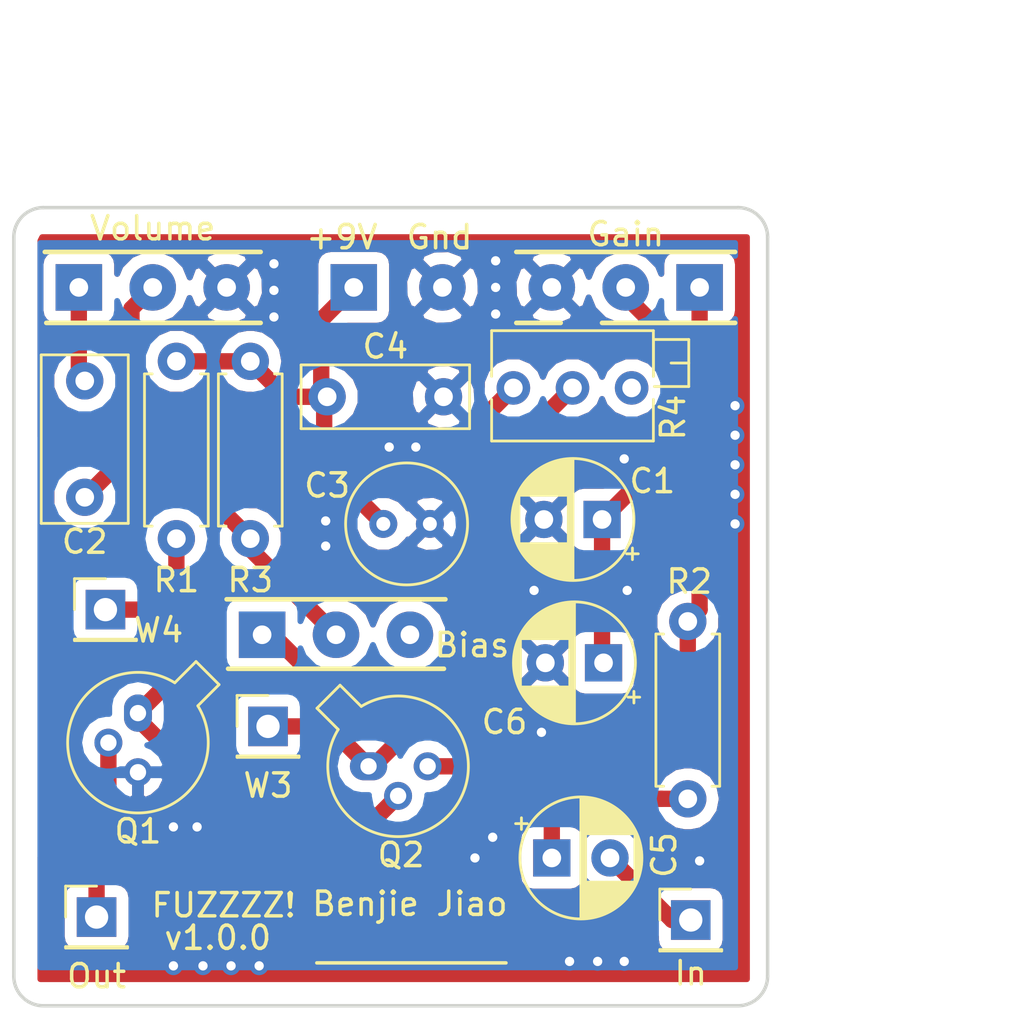
<source format=kicad_pcb>
(kicad_pcb (version 20171130) (host pcbnew 5.0.2+dfsg1-1~bpo9+1)

  (general
    (thickness 1.6)
    (drawings 22)
    (tracks 102)
    (zones 0)
    (modules 20)
    (nets 13)
  )

  (page A4)
  (layers
    (0 F.Cu signal)
    (31 B.Cu signal hide)
    (32 B.Adhes user)
    (33 F.Adhes user)
    (34 B.Paste user)
    (35 F.Paste user)
    (36 B.SilkS user)
    (37 F.SilkS user)
    (38 B.Mask user)
    (39 F.Mask user)
    (40 Dwgs.User user)
    (41 Cmts.User user)
    (42 Eco1.User user)
    (43 Eco2.User user)
    (44 Edge.Cuts user)
    (45 Margin user)
    (46 B.CrtYd user)
    (47 F.CrtYd user)
    (48 B.Fab user)
    (49 F.Fab user)
  )

  (setup
    (last_trace_width 0.7)
    (trace_clearance 0.254)
    (zone_clearance 0.508)
    (zone_45_only no)
    (trace_min 0.2)
    (segment_width 0.15)
    (edge_width 0.15)
    (via_size 0.8)
    (via_drill 0.4)
    (via_min_size 0.4)
    (via_min_drill 0.3)
    (uvia_size 0.3)
    (uvia_drill 0.1)
    (uvias_allowed no)
    (uvia_min_size 0.2)
    (uvia_min_drill 0.1)
    (pcb_text_width 0.3)
    (pcb_text_size 1.5 1.5)
    (mod_edge_width 0.15)
    (mod_text_size 1 1)
    (mod_text_width 0.15)
    (pad_size 1.524 1.524)
    (pad_drill 0.762)
    (pad_to_mask_clearance 0.051)
    (solder_mask_min_width 0.25)
    (aux_axis_origin 0 0)
    (visible_elements FFFDFF7F)
    (pcbplotparams
      (layerselection 0x010f0_ffffffff)
      (usegerberextensions false)
      (usegerberattributes false)
      (usegerberadvancedattributes false)
      (creategerberjobfile false)
      (excludeedgelayer true)
      (linewidth 0.100000)
      (plotframeref false)
      (viasonmask false)
      (mode 1)
      (useauxorigin false)
      (hpglpennumber 1)
      (hpglpenspeed 20)
      (hpglpendiameter 15.000000)
      (psnegative false)
      (psa4output false)
      (plotreference true)
      (plotvalue true)
      (plotinvisibletext false)
      (padsonsilk false)
      (subtractmaskfromsilk false)
      (outputformat 1)
      (mirror false)
      (drillshape 0)
      (scaleselection 1)
      (outputdirectory "Benjie.Jiao - BC108 NPN Fuzz/"))
  )

  (net 0 "")
  (net 1 "Net-(Bias1-Pad2)")
  (net 2 "Net-(C1-Pad1)")
  (net 3 Earth)
  (net 4 "Net-(C2-Pad2)")
  (net 5 +9V)
  (net 6 "Net-(C5-Pad2)")
  (net 7 "Net-(C5-Pad1)")
  (net 8 "Net-(Gain1-Pad1)")
  (net 9 "Net-(Q1-Pad1)")
  (net 10 "Net-(Q2-Pad1)")
  (net 11 "Net-(Volume1-Pad2)")
  (net 12 "Net-(Bias1-Pad1)")

  (net_class Default "This is the default net class."
    (clearance 0.254)
    (trace_width 0.7)
    (via_dia 0.8)
    (via_drill 0.4)
    (uvia_dia 0.3)
    (uvia_drill 0.1)
    (add_net +9V)
    (add_net Earth)
    (add_net "Net-(Bias1-Pad1)")
    (add_net "Net-(Bias1-Pad2)")
    (add_net "Net-(C1-Pad1)")
    (add_net "Net-(C2-Pad2)")
    (add_net "Net-(C5-Pad1)")
    (add_net "Net-(C5-Pad2)")
    (add_net "Net-(Gain1-Pad1)")
    (add_net "Net-(Q1-Pad1)")
    (add_net "Net-(Q2-Pad1)")
    (add_net "Net-(Volume1-Pad2)")
  )

  (module Connector_Wire:SolderWirePad_1x03_P3.175mm_Drill0.8mm (layer F.Cu) (tedit 5F8711BE) (tstamp 5F86FBAD)
    (at 128.778 64.7065)
    (descr "Wire solder connection")
    (tags connector)
    (path /5F81D229)
    (attr virtual)
    (fp_text reference Bias (at 9.017 0.4445 180) (layer F.SilkS)
      (effects (font (size 1 1) (thickness 0.15)))
    )
    (fp_text value 10K (at 3.175 2.54) (layer F.Fab)
      (effects (font (size 1 1) (thickness 0.15)))
    )
    (fp_line (start 7.85 1.5) (end -1.49 1.5) (layer F.CrtYd) (width 0.05))
    (fp_line (start 7.85 1.5) (end 7.85 -1.5) (layer F.CrtYd) (width 0.05))
    (fp_line (start -1.49 -1.5) (end -1.49 1.5) (layer F.CrtYd) (width 0.05))
    (fp_line (start -1.49 -1.5) (end 7.85 -1.5) (layer F.CrtYd) (width 0.05))
    (fp_text user %R (at 3.175 0 180) (layer F.Fab) hide
      (effects (font (size 1 1) (thickness 0.15)))
    )
    (pad 3 thru_hole circle (at 6.35 0) (size 1.99898 1.99898) (drill 0.8001) (layers *.Cu *.Mask))
    (pad 2 thru_hole circle (at 3.175 0) (size 1.99898 1.99898) (drill 0.8001) (layers *.Cu *.Mask)
      (net 1 "Net-(Bias1-Pad2)"))
    (pad 1 thru_hole rect (at 0 0) (size 1.99898 1.99898) (drill 0.8001) (layers *.Cu *.Mask)
      (net 12 "Net-(Bias1-Pad1)"))
  )

  (module Capacitor_THT:CP_Radial_D5.0mm_P2.50mm (layer F.Cu) (tedit 5F86EFEE) (tstamp 5F86FC31)
    (at 143.383 59.7535 180)
    (descr "CP, Radial series, Radial, pin pitch=2.50mm, , diameter=5mm, Electrolytic Capacitor")
    (tags "CP Radial series Radial pin pitch 2.50mm  diameter 5mm Electrolytic Capacitor")
    (path /5F64F02A)
    (fp_text reference C1 (at -2.159 1.651 180) (layer F.SilkS)
      (effects (font (size 1 1) (thickness 0.15)))
    )
    (fp_text value 10uF (at 1.25 3.75 180) (layer F.Fab)
      (effects (font (size 1 1) (thickness 0.15)))
    )
    (fp_circle (center 1.25 0) (end 3.75 0) (layer F.Fab) (width 0.1))
    (fp_circle (center 1.25 0) (end 3.87 0) (layer F.SilkS) (width 0.12))
    (fp_circle (center 1.25 0) (end 4 0) (layer F.CrtYd) (width 0.05))
    (fp_line (start -0.883605 -1.0875) (end -0.383605 -1.0875) (layer F.Fab) (width 0.1))
    (fp_line (start -0.633605 -1.3375) (end -0.633605 -0.8375) (layer F.Fab) (width 0.1))
    (fp_line (start 1.25 -2.58) (end 1.25 2.58) (layer F.SilkS) (width 0.12))
    (fp_line (start 1.29 -2.58) (end 1.29 2.58) (layer F.SilkS) (width 0.12))
    (fp_line (start 1.33 -2.579) (end 1.33 2.579) (layer F.SilkS) (width 0.12))
    (fp_line (start 1.37 -2.578) (end 1.37 2.578) (layer F.SilkS) (width 0.12))
    (fp_line (start 1.41 -2.576) (end 1.41 2.576) (layer F.SilkS) (width 0.12))
    (fp_line (start 1.45 -2.573) (end 1.45 2.573) (layer F.SilkS) (width 0.12))
    (fp_line (start 1.49 -2.569) (end 1.49 -1.04) (layer F.SilkS) (width 0.12))
    (fp_line (start 1.49 1.04) (end 1.49 2.569) (layer F.SilkS) (width 0.12))
    (fp_line (start 1.53 -2.565) (end 1.53 -1.04) (layer F.SilkS) (width 0.12))
    (fp_line (start 1.53 1.04) (end 1.53 2.565) (layer F.SilkS) (width 0.12))
    (fp_line (start 1.57 -2.561) (end 1.57 -1.04) (layer F.SilkS) (width 0.12))
    (fp_line (start 1.57 1.04) (end 1.57 2.561) (layer F.SilkS) (width 0.12))
    (fp_line (start 1.61 -2.556) (end 1.61 -1.04) (layer F.SilkS) (width 0.12))
    (fp_line (start 1.61 1.04) (end 1.61 2.556) (layer F.SilkS) (width 0.12))
    (fp_line (start 1.65 -2.55) (end 1.65 -1.04) (layer F.SilkS) (width 0.12))
    (fp_line (start 1.65 1.04) (end 1.65 2.55) (layer F.SilkS) (width 0.12))
    (fp_line (start 1.69 -2.543) (end 1.69 -1.04) (layer F.SilkS) (width 0.12))
    (fp_line (start 1.69 1.04) (end 1.69 2.543) (layer F.SilkS) (width 0.12))
    (fp_line (start 1.73 -2.536) (end 1.73 -1.04) (layer F.SilkS) (width 0.12))
    (fp_line (start 1.73 1.04) (end 1.73 2.536) (layer F.SilkS) (width 0.12))
    (fp_line (start 1.77 -2.528) (end 1.77 -1.04) (layer F.SilkS) (width 0.12))
    (fp_line (start 1.77 1.04) (end 1.77 2.528) (layer F.SilkS) (width 0.12))
    (fp_line (start 1.81 -2.52) (end 1.81 -1.04) (layer F.SilkS) (width 0.12))
    (fp_line (start 1.81 1.04) (end 1.81 2.52) (layer F.SilkS) (width 0.12))
    (fp_line (start 1.85 -2.511) (end 1.85 -1.04) (layer F.SilkS) (width 0.12))
    (fp_line (start 1.85 1.04) (end 1.85 2.511) (layer F.SilkS) (width 0.12))
    (fp_line (start 1.89 -2.501) (end 1.89 -1.04) (layer F.SilkS) (width 0.12))
    (fp_line (start 1.89 1.04) (end 1.89 2.501) (layer F.SilkS) (width 0.12))
    (fp_line (start 1.93 -2.491) (end 1.93 -1.04) (layer F.SilkS) (width 0.12))
    (fp_line (start 1.93 1.04) (end 1.93 2.491) (layer F.SilkS) (width 0.12))
    (fp_line (start 1.971 -2.48) (end 1.971 -1.04) (layer F.SilkS) (width 0.12))
    (fp_line (start 1.971 1.04) (end 1.971 2.48) (layer F.SilkS) (width 0.12))
    (fp_line (start 2.011 -2.468) (end 2.011 -1.04) (layer F.SilkS) (width 0.12))
    (fp_line (start 2.011 1.04) (end 2.011 2.468) (layer F.SilkS) (width 0.12))
    (fp_line (start 2.051 -2.455) (end 2.051 -1.04) (layer F.SilkS) (width 0.12))
    (fp_line (start 2.051 1.04) (end 2.051 2.455) (layer F.SilkS) (width 0.12))
    (fp_line (start 2.091 -2.442) (end 2.091 -1.04) (layer F.SilkS) (width 0.12))
    (fp_line (start 2.091 1.04) (end 2.091 2.442) (layer F.SilkS) (width 0.12))
    (fp_line (start 2.131 -2.428) (end 2.131 -1.04) (layer F.SilkS) (width 0.12))
    (fp_line (start 2.131 1.04) (end 2.131 2.428) (layer F.SilkS) (width 0.12))
    (fp_line (start 2.171 -2.414) (end 2.171 -1.04) (layer F.SilkS) (width 0.12))
    (fp_line (start 2.171 1.04) (end 2.171 2.414) (layer F.SilkS) (width 0.12))
    (fp_line (start 2.211 -2.398) (end 2.211 -1.04) (layer F.SilkS) (width 0.12))
    (fp_line (start 2.211 1.04) (end 2.211 2.398) (layer F.SilkS) (width 0.12))
    (fp_line (start 2.251 -2.382) (end 2.251 -1.04) (layer F.SilkS) (width 0.12))
    (fp_line (start 2.251 1.04) (end 2.251 2.382) (layer F.SilkS) (width 0.12))
    (fp_line (start 2.291 -2.365) (end 2.291 -1.04) (layer F.SilkS) (width 0.12))
    (fp_line (start 2.291 1.04) (end 2.291 2.365) (layer F.SilkS) (width 0.12))
    (fp_line (start 2.331 -2.348) (end 2.331 -1.04) (layer F.SilkS) (width 0.12))
    (fp_line (start 2.331 1.04) (end 2.331 2.348) (layer F.SilkS) (width 0.12))
    (fp_line (start 2.371 -2.329) (end 2.371 -1.04) (layer F.SilkS) (width 0.12))
    (fp_line (start 2.371 1.04) (end 2.371 2.329) (layer F.SilkS) (width 0.12))
    (fp_line (start 2.411 -2.31) (end 2.411 -1.04) (layer F.SilkS) (width 0.12))
    (fp_line (start 2.411 1.04) (end 2.411 2.31) (layer F.SilkS) (width 0.12))
    (fp_line (start 2.451 -2.29) (end 2.451 -1.04) (layer F.SilkS) (width 0.12))
    (fp_line (start 2.451 1.04) (end 2.451 2.29) (layer F.SilkS) (width 0.12))
    (fp_line (start 2.491 -2.268) (end 2.491 -1.04) (layer F.SilkS) (width 0.12))
    (fp_line (start 2.491 1.04) (end 2.491 2.268) (layer F.SilkS) (width 0.12))
    (fp_line (start 2.531 -2.247) (end 2.531 -1.04) (layer F.SilkS) (width 0.12))
    (fp_line (start 2.531 1.04) (end 2.531 2.247) (layer F.SilkS) (width 0.12))
    (fp_line (start 2.571 -2.224) (end 2.571 -1.04) (layer F.SilkS) (width 0.12))
    (fp_line (start 2.571 1.04) (end 2.571 2.224) (layer F.SilkS) (width 0.12))
    (fp_line (start 2.611 -2.2) (end 2.611 -1.04) (layer F.SilkS) (width 0.12))
    (fp_line (start 2.611 1.04) (end 2.611 2.2) (layer F.SilkS) (width 0.12))
    (fp_line (start 2.651 -2.175) (end 2.651 -1.04) (layer F.SilkS) (width 0.12))
    (fp_line (start 2.651 1.04) (end 2.651 2.175) (layer F.SilkS) (width 0.12))
    (fp_line (start 2.691 -2.149) (end 2.691 -1.04) (layer F.SilkS) (width 0.12))
    (fp_line (start 2.691 1.04) (end 2.691 2.149) (layer F.SilkS) (width 0.12))
    (fp_line (start 2.731 -2.122) (end 2.731 -1.04) (layer F.SilkS) (width 0.12))
    (fp_line (start 2.731 1.04) (end 2.731 2.122) (layer F.SilkS) (width 0.12))
    (fp_line (start 2.771 -2.095) (end 2.771 -1.04) (layer F.SilkS) (width 0.12))
    (fp_line (start 2.771 1.04) (end 2.771 2.095) (layer F.SilkS) (width 0.12))
    (fp_line (start 2.811 -2.065) (end 2.811 -1.04) (layer F.SilkS) (width 0.12))
    (fp_line (start 2.811 1.04) (end 2.811 2.065) (layer F.SilkS) (width 0.12))
    (fp_line (start 2.851 -2.035) (end 2.851 -1.04) (layer F.SilkS) (width 0.12))
    (fp_line (start 2.851 1.04) (end 2.851 2.035) (layer F.SilkS) (width 0.12))
    (fp_line (start 2.891 -2.004) (end 2.891 -1.04) (layer F.SilkS) (width 0.12))
    (fp_line (start 2.891 1.04) (end 2.891 2.004) (layer F.SilkS) (width 0.12))
    (fp_line (start 2.931 -1.971) (end 2.931 -1.04) (layer F.SilkS) (width 0.12))
    (fp_line (start 2.931 1.04) (end 2.931 1.971) (layer F.SilkS) (width 0.12))
    (fp_line (start 2.971 -1.937) (end 2.971 -1.04) (layer F.SilkS) (width 0.12))
    (fp_line (start 2.971 1.04) (end 2.971 1.937) (layer F.SilkS) (width 0.12))
    (fp_line (start 3.011 -1.901) (end 3.011 -1.04) (layer F.SilkS) (width 0.12))
    (fp_line (start 3.011 1.04) (end 3.011 1.901) (layer F.SilkS) (width 0.12))
    (fp_line (start 3.051 -1.864) (end 3.051 -1.04) (layer F.SilkS) (width 0.12))
    (fp_line (start 3.051 1.04) (end 3.051 1.864) (layer F.SilkS) (width 0.12))
    (fp_line (start 3.091 -1.826) (end 3.091 -1.04) (layer F.SilkS) (width 0.12))
    (fp_line (start 3.091 1.04) (end 3.091 1.826) (layer F.SilkS) (width 0.12))
    (fp_line (start 3.131 -1.785) (end 3.131 -1.04) (layer F.SilkS) (width 0.12))
    (fp_line (start 3.131 1.04) (end 3.131 1.785) (layer F.SilkS) (width 0.12))
    (fp_line (start 3.171 -1.743) (end 3.171 -1.04) (layer F.SilkS) (width 0.12))
    (fp_line (start 3.171 1.04) (end 3.171 1.743) (layer F.SilkS) (width 0.12))
    (fp_line (start 3.211 -1.699) (end 3.211 -1.04) (layer F.SilkS) (width 0.12))
    (fp_line (start 3.211 1.04) (end 3.211 1.699) (layer F.SilkS) (width 0.12))
    (fp_line (start 3.251 -1.653) (end 3.251 -1.04) (layer F.SilkS) (width 0.12))
    (fp_line (start 3.251 1.04) (end 3.251 1.653) (layer F.SilkS) (width 0.12))
    (fp_line (start 3.291 -1.605) (end 3.291 -1.04) (layer F.SilkS) (width 0.12))
    (fp_line (start 3.291 1.04) (end 3.291 1.605) (layer F.SilkS) (width 0.12))
    (fp_line (start 3.331 -1.554) (end 3.331 -1.04) (layer F.SilkS) (width 0.12))
    (fp_line (start 3.331 1.04) (end 3.331 1.554) (layer F.SilkS) (width 0.12))
    (fp_line (start 3.371 -1.5) (end 3.371 -1.04) (layer F.SilkS) (width 0.12))
    (fp_line (start 3.371 1.04) (end 3.371 1.5) (layer F.SilkS) (width 0.12))
    (fp_line (start 3.411 -1.443) (end 3.411 -1.04) (layer F.SilkS) (width 0.12))
    (fp_line (start 3.411 1.04) (end 3.411 1.443) (layer F.SilkS) (width 0.12))
    (fp_line (start 3.451 -1.383) (end 3.451 -1.04) (layer F.SilkS) (width 0.12))
    (fp_line (start 3.451 1.04) (end 3.451 1.383) (layer F.SilkS) (width 0.12))
    (fp_line (start 3.491 -1.319) (end 3.491 -1.04) (layer F.SilkS) (width 0.12))
    (fp_line (start 3.491 1.04) (end 3.491 1.319) (layer F.SilkS) (width 0.12))
    (fp_line (start 3.531 -1.251) (end 3.531 -1.04) (layer F.SilkS) (width 0.12))
    (fp_line (start 3.531 1.04) (end 3.531 1.251) (layer F.SilkS) (width 0.12))
    (fp_line (start 3.571 -1.178) (end 3.571 1.178) (layer F.SilkS) (width 0.12))
    (fp_line (start 3.611 -1.098) (end 3.611 1.098) (layer F.SilkS) (width 0.12))
    (fp_line (start 3.651 -1.011) (end 3.651 1.011) (layer F.SilkS) (width 0.12))
    (fp_line (start 3.691 -0.915) (end 3.691 0.915) (layer F.SilkS) (width 0.12))
    (fp_line (start 3.731 -0.805) (end 3.731 0.805) (layer F.SilkS) (width 0.12))
    (fp_line (start 3.771 -0.677) (end 3.771 0.677) (layer F.SilkS) (width 0.12))
    (fp_line (start 3.811 -0.518) (end 3.811 0.518) (layer F.SilkS) (width 0.12))
    (fp_line (start 3.851 -0.284) (end 3.851 0.284) (layer F.SilkS) (width 0.12))
    (fp_line (start -1.554775 -1.475) (end -1.054775 -1.475) (layer F.SilkS) (width 0.12))
    (fp_line (start -1.304775 -1.725) (end -1.304775 -1.225) (layer F.SilkS) (width 0.12))
    (fp_text user %R (at 1.25 0 180) (layer F.Fab) hide
      (effects (font (size 1 1) (thickness 0.15)))
    )
    (pad 1 thru_hole rect (at 0 0 180) (size 1.6 1.6) (drill 0.8) (layers *.Cu *.Mask)
      (net 2 "Net-(C1-Pad1)"))
    (pad 2 thru_hole circle (at 2.5 0 180) (size 1.6 1.6) (drill 0.8) (layers *.Cu *.Mask)
      (net 3 Earth))
    (model ${KISYS3DMOD}/Capacitor_THT.3dshapes/CP_Radial_D5.0mm_P2.50mm.wrl
      (at (xyz 0 0 0))
      (scale (xyz 1 1 1))
      (rotate (xyz 0 0 0))
    )
  )

  (module Capacitor_THT:C_Rect_L7.0mm_W3.5mm_P5.00mm (layer F.Cu) (tedit 5AE50EF0) (tstamp 5F86FC44)
    (at 121.158 58.801 90)
    (descr "C, Rect series, Radial, pin pitch=5.00mm, , length*width=7*3.5mm^2, Capacitor")
    (tags "C Rect series Radial pin pitch 5.00mm  length 7mm width 3.5mm Capacitor")
    (path /5F6502EF)
    (fp_text reference C2 (at -1.905 0 180) (layer F.SilkS)
      (effects (font (size 1 1) (thickness 0.15)))
    )
    (fp_text value 10nF (at 2.5 3 90) (layer F.Fab)
      (effects (font (size 1 1) (thickness 0.15)))
    )
    (fp_line (start -1 -1.75) (end -1 1.75) (layer F.Fab) (width 0.1))
    (fp_line (start -1 1.75) (end 6 1.75) (layer F.Fab) (width 0.1))
    (fp_line (start 6 1.75) (end 6 -1.75) (layer F.Fab) (width 0.1))
    (fp_line (start 6 -1.75) (end -1 -1.75) (layer F.Fab) (width 0.1))
    (fp_line (start -1.12 -1.87) (end 6.12 -1.87) (layer F.SilkS) (width 0.12))
    (fp_line (start -1.12 1.87) (end 6.12 1.87) (layer F.SilkS) (width 0.12))
    (fp_line (start -1.12 -1.87) (end -1.12 1.87) (layer F.SilkS) (width 0.12))
    (fp_line (start 6.12 -1.87) (end 6.12 1.87) (layer F.SilkS) (width 0.12))
    (fp_line (start -1.25 -2) (end -1.25 2) (layer F.CrtYd) (width 0.05))
    (fp_line (start -1.25 2) (end 6.25 2) (layer F.CrtYd) (width 0.05))
    (fp_line (start 6.25 2) (end 6.25 -2) (layer F.CrtYd) (width 0.05))
    (fp_line (start 6.25 -2) (end -1.25 -2) (layer F.CrtYd) (width 0.05))
    (fp_text user %R (at 2.5 0.254 90) (layer F.Fab)
      (effects (font (size 1 1) (thickness 0.15)))
    )
    (pad 1 thru_hole circle (at 0 0 90) (size 1.6 1.6) (drill 0.8) (layers *.Cu *.Mask)
      (net 1 "Net-(Bias1-Pad2)"))
    (pad 2 thru_hole circle (at 5 0 90) (size 1.6 1.6) (drill 0.8) (layers *.Cu *.Mask)
      (net 4 "Net-(C2-Pad2)"))
    (model ${KISYS3DMOD}/Capacitor_THT.3dshapes/C_Rect_L7.0mm_W3.5mm_P5.00mm.wrl
      (at (xyz 0 0 0))
      (scale (xyz 1 1 1))
      (rotate (xyz 0 0 0))
    )
  )

  (module Capacitor_THT:C_Radial_D5.0mm_H5.0mm_P2.00mm (layer F.Cu) (tedit 5F86EFF3) (tstamp 5F86FC4E)
    (at 133.985 59.944)
    (descr "C, Radial series, Radial, pin pitch=2.00mm, diameter=5mm, height=5mm, Non-Polar Electrolytic Capacitor")
    (tags "C Radial series Radial pin pitch 2.00mm diameter 5mm height 5mm Non-Polar Electrolytic Capacitor")
    (path /5F85D4A4)
    (fp_text reference C3 (at -2.413 -1.651) (layer F.SilkS)
      (effects (font (size 1 1) (thickness 0.15)))
    )
    (fp_text value 10uF (at 1 3.75) (layer F.Fab)
      (effects (font (size 1 1) (thickness 0.15)))
    )
    (fp_circle (center 1 0) (end 3.5 0) (layer F.Fab) (width 0.1))
    (fp_circle (center 1 0) (end 3.62 0) (layer F.SilkS) (width 0.12))
    (fp_circle (center 1 0) (end 3.75 0) (layer F.CrtYd) (width 0.05))
    (fp_text user %R (at 1 0) (layer F.Fab) hide
      (effects (font (size 1 1) (thickness 0.15)))
    )
    (pad 1 thru_hole circle (at 0 0) (size 1.2 1.2) (drill 0.6) (layers *.Cu *.Mask)
      (net 5 +9V))
    (pad 2 thru_hole circle (at 2 0) (size 1.2 1.2) (drill 0.6) (layers *.Cu *.Mask)
      (net 3 Earth))
    (model ${KISYS3DMOD}/Capacitor_THT.3dshapes/C_Radial_D5.0mm_H5.0mm_P2.00mm.wrl
      (at (xyz 0 0 0))
      (scale (xyz 1 1 1))
      (rotate (xyz 0 0 0))
    )
  )

  (module Capacitor_THT:C_Rect_L7.0mm_W2.5mm_P5.00mm (layer F.Cu) (tedit 5F86EFE2) (tstamp 5F8716B8)
    (at 131.572 54.483)
    (descr "C, Rect series, Radial, pin pitch=5.00mm, , length*width=7*2.5mm^2, Capacitor")
    (tags "C Rect series Radial pin pitch 5.00mm  length 7mm width 2.5mm Capacitor")
    (path /5F85D2EF)
    (fp_text reference C4 (at 2.5 -2.159) (layer F.SilkS)
      (effects (font (size 1 1) (thickness 0.15)))
    )
    (fp_text value 100nF (at 2.5 2.5) (layer F.Fab)
      (effects (font (size 1 1) (thickness 0.15)))
    )
    (fp_line (start -1 -1.25) (end -1 1.25) (layer F.Fab) (width 0.1))
    (fp_line (start -1 1.25) (end 6 1.25) (layer F.Fab) (width 0.1))
    (fp_line (start 6 1.25) (end 6 -1.25) (layer F.Fab) (width 0.1))
    (fp_line (start 6 -1.25) (end -1 -1.25) (layer F.Fab) (width 0.1))
    (fp_line (start -1.12 -1.37) (end 6.12 -1.37) (layer F.SilkS) (width 0.12))
    (fp_line (start -1.12 1.37) (end 6.12 1.37) (layer F.SilkS) (width 0.12))
    (fp_line (start -1.12 -1.37) (end -1.12 1.37) (layer F.SilkS) (width 0.12))
    (fp_line (start 6.12 -1.37) (end 6.12 1.37) (layer F.SilkS) (width 0.12))
    (fp_line (start -1.25 -1.5) (end -1.25 1.5) (layer F.CrtYd) (width 0.05))
    (fp_line (start -1.25 1.5) (end 6.25 1.5) (layer F.CrtYd) (width 0.05))
    (fp_line (start 6.25 1.5) (end 6.25 -1.5) (layer F.CrtYd) (width 0.05))
    (fp_line (start 6.25 -1.5) (end -1.25 -1.5) (layer F.CrtYd) (width 0.05))
    (fp_text user %R (at 2.5 0) (layer F.Fab) hide
      (effects (font (size 1 1) (thickness 0.15)))
    )
    (pad 1 thru_hole circle (at 0 0) (size 1.6 1.6) (drill 0.8) (layers *.Cu *.Mask)
      (net 5 +9V))
    (pad 2 thru_hole circle (at 5 0) (size 1.6 1.6) (drill 0.8) (layers *.Cu *.Mask)
      (net 3 Earth))
    (model ${KISYS3DMOD}/Capacitor_THT.3dshapes/C_Rect_L7.0mm_W2.5mm_P5.00mm.wrl
      (at (xyz 0 0 0))
      (scale (xyz 1 1 1))
      (rotate (xyz 0 0 0))
    )
  )

  (module Capacitor_THT:CP_Radial_D5.0mm_P2.50mm (layer F.Cu) (tedit 5F86F057) (tstamp 5F86FCE5)
    (at 141.224 74.295)
    (descr "CP, Radial series, Radial, pin pitch=2.50mm, , diameter=5mm, Electrolytic Capacitor")
    (tags "CP Radial series Radial pin pitch 2.50mm  diameter 5mm Electrolytic Capacitor")
    (path /5F64EAEA)
    (fp_text reference C5 (at 4.826 -0.127 -270) (layer F.SilkS)
      (effects (font (size 1 1) (thickness 0.15)))
    )
    (fp_text value 2.2.uF (at 1.25 3.75) (layer F.Fab)
      (effects (font (size 1 1) (thickness 0.15)))
    )
    (fp_text user %R (at 1.25 0) (layer F.Fab) hide
      (effects (font (size 1 1) (thickness 0.15)))
    )
    (fp_line (start -1.304775 -1.725) (end -1.304775 -1.225) (layer F.SilkS) (width 0.12))
    (fp_line (start -1.554775 -1.475) (end -1.054775 -1.475) (layer F.SilkS) (width 0.12))
    (fp_line (start 3.851 -0.284) (end 3.851 0.284) (layer F.SilkS) (width 0.12))
    (fp_line (start 3.811 -0.518) (end 3.811 0.518) (layer F.SilkS) (width 0.12))
    (fp_line (start 3.771 -0.677) (end 3.771 0.677) (layer F.SilkS) (width 0.12))
    (fp_line (start 3.731 -0.805) (end 3.731 0.805) (layer F.SilkS) (width 0.12))
    (fp_line (start 3.691 -0.915) (end 3.691 0.915) (layer F.SilkS) (width 0.12))
    (fp_line (start 3.651 -1.011) (end 3.651 1.011) (layer F.SilkS) (width 0.12))
    (fp_line (start 3.611 -1.098) (end 3.611 1.098) (layer F.SilkS) (width 0.12))
    (fp_line (start 3.571 -1.178) (end 3.571 1.178) (layer F.SilkS) (width 0.12))
    (fp_line (start 3.531 1.04) (end 3.531 1.251) (layer F.SilkS) (width 0.12))
    (fp_line (start 3.531 -1.251) (end 3.531 -1.04) (layer F.SilkS) (width 0.12))
    (fp_line (start 3.491 1.04) (end 3.491 1.319) (layer F.SilkS) (width 0.12))
    (fp_line (start 3.491 -1.319) (end 3.491 -1.04) (layer F.SilkS) (width 0.12))
    (fp_line (start 3.451 1.04) (end 3.451 1.383) (layer F.SilkS) (width 0.12))
    (fp_line (start 3.451 -1.383) (end 3.451 -1.04) (layer F.SilkS) (width 0.12))
    (fp_line (start 3.411 1.04) (end 3.411 1.443) (layer F.SilkS) (width 0.12))
    (fp_line (start 3.411 -1.443) (end 3.411 -1.04) (layer F.SilkS) (width 0.12))
    (fp_line (start 3.371 1.04) (end 3.371 1.5) (layer F.SilkS) (width 0.12))
    (fp_line (start 3.371 -1.5) (end 3.371 -1.04) (layer F.SilkS) (width 0.12))
    (fp_line (start 3.331 1.04) (end 3.331 1.554) (layer F.SilkS) (width 0.12))
    (fp_line (start 3.331 -1.554) (end 3.331 -1.04) (layer F.SilkS) (width 0.12))
    (fp_line (start 3.291 1.04) (end 3.291 1.605) (layer F.SilkS) (width 0.12))
    (fp_line (start 3.291 -1.605) (end 3.291 -1.04) (layer F.SilkS) (width 0.12))
    (fp_line (start 3.251 1.04) (end 3.251 1.653) (layer F.SilkS) (width 0.12))
    (fp_line (start 3.251 -1.653) (end 3.251 -1.04) (layer F.SilkS) (width 0.12))
    (fp_line (start 3.211 1.04) (end 3.211 1.699) (layer F.SilkS) (width 0.12))
    (fp_line (start 3.211 -1.699) (end 3.211 -1.04) (layer F.SilkS) (width 0.12))
    (fp_line (start 3.171 1.04) (end 3.171 1.743) (layer F.SilkS) (width 0.12))
    (fp_line (start 3.171 -1.743) (end 3.171 -1.04) (layer F.SilkS) (width 0.12))
    (fp_line (start 3.131 1.04) (end 3.131 1.785) (layer F.SilkS) (width 0.12))
    (fp_line (start 3.131 -1.785) (end 3.131 -1.04) (layer F.SilkS) (width 0.12))
    (fp_line (start 3.091 1.04) (end 3.091 1.826) (layer F.SilkS) (width 0.12))
    (fp_line (start 3.091 -1.826) (end 3.091 -1.04) (layer F.SilkS) (width 0.12))
    (fp_line (start 3.051 1.04) (end 3.051 1.864) (layer F.SilkS) (width 0.12))
    (fp_line (start 3.051 -1.864) (end 3.051 -1.04) (layer F.SilkS) (width 0.12))
    (fp_line (start 3.011 1.04) (end 3.011 1.901) (layer F.SilkS) (width 0.12))
    (fp_line (start 3.011 -1.901) (end 3.011 -1.04) (layer F.SilkS) (width 0.12))
    (fp_line (start 2.971 1.04) (end 2.971 1.937) (layer F.SilkS) (width 0.12))
    (fp_line (start 2.971 -1.937) (end 2.971 -1.04) (layer F.SilkS) (width 0.12))
    (fp_line (start 2.931 1.04) (end 2.931 1.971) (layer F.SilkS) (width 0.12))
    (fp_line (start 2.931 -1.971) (end 2.931 -1.04) (layer F.SilkS) (width 0.12))
    (fp_line (start 2.891 1.04) (end 2.891 2.004) (layer F.SilkS) (width 0.12))
    (fp_line (start 2.891 -2.004) (end 2.891 -1.04) (layer F.SilkS) (width 0.12))
    (fp_line (start 2.851 1.04) (end 2.851 2.035) (layer F.SilkS) (width 0.12))
    (fp_line (start 2.851 -2.035) (end 2.851 -1.04) (layer F.SilkS) (width 0.12))
    (fp_line (start 2.811 1.04) (end 2.811 2.065) (layer F.SilkS) (width 0.12))
    (fp_line (start 2.811 -2.065) (end 2.811 -1.04) (layer F.SilkS) (width 0.12))
    (fp_line (start 2.771 1.04) (end 2.771 2.095) (layer F.SilkS) (width 0.12))
    (fp_line (start 2.771 -2.095) (end 2.771 -1.04) (layer F.SilkS) (width 0.12))
    (fp_line (start 2.731 1.04) (end 2.731 2.122) (layer F.SilkS) (width 0.12))
    (fp_line (start 2.731 -2.122) (end 2.731 -1.04) (layer F.SilkS) (width 0.12))
    (fp_line (start 2.691 1.04) (end 2.691 2.149) (layer F.SilkS) (width 0.12))
    (fp_line (start 2.691 -2.149) (end 2.691 -1.04) (layer F.SilkS) (width 0.12))
    (fp_line (start 2.651 1.04) (end 2.651 2.175) (layer F.SilkS) (width 0.12))
    (fp_line (start 2.651 -2.175) (end 2.651 -1.04) (layer F.SilkS) (width 0.12))
    (fp_line (start 2.611 1.04) (end 2.611 2.2) (layer F.SilkS) (width 0.12))
    (fp_line (start 2.611 -2.2) (end 2.611 -1.04) (layer F.SilkS) (width 0.12))
    (fp_line (start 2.571 1.04) (end 2.571 2.224) (layer F.SilkS) (width 0.12))
    (fp_line (start 2.571 -2.224) (end 2.571 -1.04) (layer F.SilkS) (width 0.12))
    (fp_line (start 2.531 1.04) (end 2.531 2.247) (layer F.SilkS) (width 0.12))
    (fp_line (start 2.531 -2.247) (end 2.531 -1.04) (layer F.SilkS) (width 0.12))
    (fp_line (start 2.491 1.04) (end 2.491 2.268) (layer F.SilkS) (width 0.12))
    (fp_line (start 2.491 -2.268) (end 2.491 -1.04) (layer F.SilkS) (width 0.12))
    (fp_line (start 2.451 1.04) (end 2.451 2.29) (layer F.SilkS) (width 0.12))
    (fp_line (start 2.451 -2.29) (end 2.451 -1.04) (layer F.SilkS) (width 0.12))
    (fp_line (start 2.411 1.04) (end 2.411 2.31) (layer F.SilkS) (width 0.12))
    (fp_line (start 2.411 -2.31) (end 2.411 -1.04) (layer F.SilkS) (width 0.12))
    (fp_line (start 2.371 1.04) (end 2.371 2.329) (layer F.SilkS) (width 0.12))
    (fp_line (start 2.371 -2.329) (end 2.371 -1.04) (layer F.SilkS) (width 0.12))
    (fp_line (start 2.331 1.04) (end 2.331 2.348) (layer F.SilkS) (width 0.12))
    (fp_line (start 2.331 -2.348) (end 2.331 -1.04) (layer F.SilkS) (width 0.12))
    (fp_line (start 2.291 1.04) (end 2.291 2.365) (layer F.SilkS) (width 0.12))
    (fp_line (start 2.291 -2.365) (end 2.291 -1.04) (layer F.SilkS) (width 0.12))
    (fp_line (start 2.251 1.04) (end 2.251 2.382) (layer F.SilkS) (width 0.12))
    (fp_line (start 2.251 -2.382) (end 2.251 -1.04) (layer F.SilkS) (width 0.12))
    (fp_line (start 2.211 1.04) (end 2.211 2.398) (layer F.SilkS) (width 0.12))
    (fp_line (start 2.211 -2.398) (end 2.211 -1.04) (layer F.SilkS) (width 0.12))
    (fp_line (start 2.171 1.04) (end 2.171 2.414) (layer F.SilkS) (width 0.12))
    (fp_line (start 2.171 -2.414) (end 2.171 -1.04) (layer F.SilkS) (width 0.12))
    (fp_line (start 2.131 1.04) (end 2.131 2.428) (layer F.SilkS) (width 0.12))
    (fp_line (start 2.131 -2.428) (end 2.131 -1.04) (layer F.SilkS) (width 0.12))
    (fp_line (start 2.091 1.04) (end 2.091 2.442) (layer F.SilkS) (width 0.12))
    (fp_line (start 2.091 -2.442) (end 2.091 -1.04) (layer F.SilkS) (width 0.12))
    (fp_line (start 2.051 1.04) (end 2.051 2.455) (layer F.SilkS) (width 0.12))
    (fp_line (start 2.051 -2.455) (end 2.051 -1.04) (layer F.SilkS) (width 0.12))
    (fp_line (start 2.011 1.04) (end 2.011 2.468) (layer F.SilkS) (width 0.12))
    (fp_line (start 2.011 -2.468) (end 2.011 -1.04) (layer F.SilkS) (width 0.12))
    (fp_line (start 1.971 1.04) (end 1.971 2.48) (layer F.SilkS) (width 0.12))
    (fp_line (start 1.971 -2.48) (end 1.971 -1.04) (layer F.SilkS) (width 0.12))
    (fp_line (start 1.93 1.04) (end 1.93 2.491) (layer F.SilkS) (width 0.12))
    (fp_line (start 1.93 -2.491) (end 1.93 -1.04) (layer F.SilkS) (width 0.12))
    (fp_line (start 1.89 1.04) (end 1.89 2.501) (layer F.SilkS) (width 0.12))
    (fp_line (start 1.89 -2.501) (end 1.89 -1.04) (layer F.SilkS) (width 0.12))
    (fp_line (start 1.85 1.04) (end 1.85 2.511) (layer F.SilkS) (width 0.12))
    (fp_line (start 1.85 -2.511) (end 1.85 -1.04) (layer F.SilkS) (width 0.12))
    (fp_line (start 1.81 1.04) (end 1.81 2.52) (layer F.SilkS) (width 0.12))
    (fp_line (start 1.81 -2.52) (end 1.81 -1.04) (layer F.SilkS) (width 0.12))
    (fp_line (start 1.77 1.04) (end 1.77 2.528) (layer F.SilkS) (width 0.12))
    (fp_line (start 1.77 -2.528) (end 1.77 -1.04) (layer F.SilkS) (width 0.12))
    (fp_line (start 1.73 1.04) (end 1.73 2.536) (layer F.SilkS) (width 0.12))
    (fp_line (start 1.73 -2.536) (end 1.73 -1.04) (layer F.SilkS) (width 0.12))
    (fp_line (start 1.69 1.04) (end 1.69 2.543) (layer F.SilkS) (width 0.12))
    (fp_line (start 1.69 -2.543) (end 1.69 -1.04) (layer F.SilkS) (width 0.12))
    (fp_line (start 1.65 1.04) (end 1.65 2.55) (layer F.SilkS) (width 0.12))
    (fp_line (start 1.65 -2.55) (end 1.65 -1.04) (layer F.SilkS) (width 0.12))
    (fp_line (start 1.61 1.04) (end 1.61 2.556) (layer F.SilkS) (width 0.12))
    (fp_line (start 1.61 -2.556) (end 1.61 -1.04) (layer F.SilkS) (width 0.12))
    (fp_line (start 1.57 1.04) (end 1.57 2.561) (layer F.SilkS) (width 0.12))
    (fp_line (start 1.57 -2.561) (end 1.57 -1.04) (layer F.SilkS) (width 0.12))
    (fp_line (start 1.53 1.04) (end 1.53 2.565) (layer F.SilkS) (width 0.12))
    (fp_line (start 1.53 -2.565) (end 1.53 -1.04) (layer F.SilkS) (width 0.12))
    (fp_line (start 1.49 1.04) (end 1.49 2.569) (layer F.SilkS) (width 0.12))
    (fp_line (start 1.49 -2.569) (end 1.49 -1.04) (layer F.SilkS) (width 0.12))
    (fp_line (start 1.45 -2.573) (end 1.45 2.573) (layer F.SilkS) (width 0.12))
    (fp_line (start 1.41 -2.576) (end 1.41 2.576) (layer F.SilkS) (width 0.12))
    (fp_line (start 1.37 -2.578) (end 1.37 2.578) (layer F.SilkS) (width 0.12))
    (fp_line (start 1.33 -2.579) (end 1.33 2.579) (layer F.SilkS) (width 0.12))
    (fp_line (start 1.29 -2.58) (end 1.29 2.58) (layer F.SilkS) (width 0.12))
    (fp_line (start 1.25 -2.58) (end 1.25 2.58) (layer F.SilkS) (width 0.12))
    (fp_line (start -0.633605 -1.3375) (end -0.633605 -0.8375) (layer F.Fab) (width 0.1))
    (fp_line (start -0.883605 -1.0875) (end -0.383605 -1.0875) (layer F.Fab) (width 0.1))
    (fp_circle (center 1.25 0) (end 4 0) (layer F.CrtYd) (width 0.05))
    (fp_circle (center 1.25 0) (end 3.87 0) (layer F.SilkS) (width 0.12))
    (fp_circle (center 1.25 0) (end 3.75 0) (layer F.Fab) (width 0.1))
    (pad 2 thru_hole circle (at 2.5 0) (size 1.6 1.6) (drill 0.8) (layers *.Cu *.Mask)
      (net 6 "Net-(C5-Pad2)"))
    (pad 1 thru_hole rect (at 0 0) (size 1.6 1.6) (drill 0.8) (layers *.Cu *.Mask)
      (net 7 "Net-(C5-Pad1)"))
    (model ${KISYS3DMOD}/Capacitor_THT.3dshapes/CP_Radial_D5.0mm_P2.50mm.wrl
      (at (xyz 0 0 0))
      (scale (xyz 1 1 1))
      (rotate (xyz 0 0 0))
    )
  )

  (module Connector_Wire:SolderWirePad_1x03_P3.175mm_Drill0.8mm (layer F.Cu) (tedit 5F87124C) (tstamp 5F86FCF1)
    (at 147.574 49.784 180)
    (descr "Wire solder connection")
    (tags connector)
    (path /5F85C5BD)
    (attr virtual)
    (fp_text reference Gain (at 3.175 2.286 180) (layer F.SilkS)
      (effects (font (size 1 1) (thickness 0.15)))
    )
    (fp_text value B1K (at 3.175 2.54 180) (layer F.Fab)
      (effects (font (size 1 1) (thickness 0.15)))
    )
    (fp_text user %R (at 3.175 0 180) (layer F.Fab) hide
      (effects (font (size 1 1) (thickness 0.15)))
    )
    (fp_line (start -1.49 -1.5) (end 7.85 -1.5) (layer F.CrtYd) (width 0.05))
    (fp_line (start -1.49 -1.5) (end -1.49 1.5) (layer F.CrtYd) (width 0.05))
    (fp_line (start 7.85 1.5) (end 7.85 -1.5) (layer F.CrtYd) (width 0.05))
    (fp_line (start 7.85 1.5) (end -1.49 1.5) (layer F.CrtYd) (width 0.05))
    (pad 1 thru_hole rect (at 0 0 180) (size 1.99898 1.99898) (drill 0.8001) (layers *.Cu *.Mask)
      (net 8 "Net-(Gain1-Pad1)"))
    (pad 2 thru_hole circle (at 3.175 0 180) (size 1.99898 1.99898) (drill 0.8001) (layers *.Cu *.Mask)
      (net 2 "Net-(C1-Pad1)"))
    (pad 3 thru_hole circle (at 6.35 0 180) (size 1.99898 1.99898) (drill 0.8001) (layers *.Cu *.Mask)
      (net 3 Earth))
  )

  (module Connector_Wire:SolderWirePad_1x02_P3.81mm_Drill0.8mm (layer F.Cu) (tedit 5F871367) (tstamp 5F86FCFC)
    (at 132.715 49.784)
    (descr "Wire solder connection")
    (tags connector)
    (path /5F87DAE1)
    (attr virtual)
    (fp_text reference +9V (at -0.508 -2.159) (layer F.SilkS)
      (effects (font (size 1 1) (thickness 0.153)))
    )
    (fp_text value Jack-DC (at 1.905 2.54) (layer F.Fab)
      (effects (font (size 1 1) (thickness 0.15)))
    )
    (fp_text user %R (at 1.905 0) (layer F.Fab) hide
      (effects (font (size 1 1) (thickness 0.15)))
    )
    (fp_line (start -1.49 -1.5) (end 5.31 -1.5) (layer F.CrtYd) (width 0.05))
    (fp_line (start -1.49 -1.5) (end -1.49 1.5) (layer F.CrtYd) (width 0.05))
    (fp_line (start 5.31 1.5) (end 5.31 -1.5) (layer F.CrtYd) (width 0.05))
    (fp_line (start 5.31 1.5) (end -1.49 1.5) (layer F.CrtYd) (width 0.05))
    (pad 1 thru_hole rect (at 0 0) (size 1.99898 1.99898) (drill 0.8001) (layers *.Cu *.Mask)
      (net 5 +9V))
    (pad 2 thru_hole circle (at 3.81 0) (size 1.99898 1.99898) (drill 0.8001) (layers *.Cu *.Mask)
      (net 3 Earth))
  )

  (module Package_TO_SOT_THT:TO-18-3 (layer F.Cu) (tedit 5F86EF57) (tstamp 5F86FD11)
    (at 123.444 68.072 270)
    (descr TO-18-3)
    (tags TO-18-3)
    (path /5F64ECE2)
    (fp_text reference Q1 (at 5.08 0) (layer F.SilkS)
      (effects (font (size 1 1) (thickness 0.15)))
    )
    (fp_text value BC108 (at 1.27 4.02 270) (layer F.Fab)
      (effects (font (size 1 1) (thickness 0.15)))
    )
    (fp_text user %R (at 1.397 3.81 270) (layer F.Fab) hide
      (effects (font (size 1 1) (thickness 0.15)))
    )
    (fp_line (start -0.329057 -2.419301) (end -1.156372 -3.246616) (layer F.Fab) (width 0.1))
    (fp_line (start -1.156372 -3.246616) (end -1.976616 -2.426372) (layer F.Fab) (width 0.1))
    (fp_line (start -1.976616 -2.426372) (end -1.149301 -1.599057) (layer F.Fab) (width 0.1))
    (fp_line (start -0.312331 -2.572281) (end -1.224499 -3.484448) (layer F.SilkS) (width 0.12))
    (fp_line (start -1.224499 -3.484448) (end -2.214448 -2.494499) (layer F.SilkS) (width 0.12))
    (fp_line (start -2.214448 -2.494499) (end -1.302281 -1.582331) (layer F.SilkS) (width 0.12))
    (fp_line (start -2.23 -3.5) (end -2.23 3.15) (layer F.CrtYd) (width 0.05))
    (fp_line (start -2.23 3.15) (end 4.42 3.15) (layer F.CrtYd) (width 0.05))
    (fp_line (start 4.42 3.15) (end 4.42 -3.5) (layer F.CrtYd) (width 0.05))
    (fp_line (start 4.42 -3.5) (end -2.23 -3.5) (layer F.CrtYd) (width 0.05))
    (fp_circle (center 1.27 0) (end 3.67 0) (layer F.Fab) (width 0.1))
    (fp_arc (start 1.27 0) (end -0.329057 -2.419301) (angle 336.9) (layer F.Fab) (width 0.1))
    (fp_arc (start 1.27 0) (end -0.312331 -2.572281) (angle 333.2) (layer F.SilkS) (width 0.12))
    (pad 1 thru_hole oval (at 0 0 270) (size 1.6 1.2) (drill 0.7) (layers *.Cu *.Mask)
      (net 9 "Net-(Q1-Pad1)"))
    (pad 2 thru_hole oval (at 1.27 1.27 270) (size 1.2 1.2) (drill 0.7) (layers *.Cu *.Mask)
      (net 7 "Net-(C5-Pad1)"))
    (pad 3 thru_hole oval (at 2.54 0 270) (size 1.2 1.2) (drill 0.7) (layers *.Cu *.Mask)
      (net 3 Earth))
    (model ${KISYS3DMOD}/Package_TO_SOT_THT.3dshapes/TO-18-3.wrl
      (at (xyz 0 0 0))
      (scale (xyz 1 1 1))
      (rotate (xyz 0 0 0))
    )
  )

  (module Package_TO_SOT_THT:TO-18-3 (layer F.Cu) (tedit 5F86F053) (tstamp 5F86FD26)
    (at 133.35 70.358)
    (descr TO-18-3)
    (tags TO-18-3)
    (path /5F64EDD3)
    (fp_text reference Q2 (at 1.397 3.81 180) (layer F.SilkS)
      (effects (font (size 1 1) (thickness 0.15)))
    )
    (fp_text value BC108 (at 1.27 4.02) (layer F.Fab)
      (effects (font (size 1 1) (thickness 0.15)))
    )
    (fp_arc (start 1.27 0) (end -0.312331 -2.572281) (angle 333.2) (layer F.SilkS) (width 0.12))
    (fp_arc (start 1.27 0) (end -0.329057 -2.419301) (angle 336.9) (layer F.Fab) (width 0.1))
    (fp_circle (center 1.27 0) (end 3.67 0) (layer F.Fab) (width 0.1))
    (fp_line (start 4.42 -3.5) (end -2.23 -3.5) (layer F.CrtYd) (width 0.05))
    (fp_line (start 4.42 3.15) (end 4.42 -3.5) (layer F.CrtYd) (width 0.05))
    (fp_line (start -2.23 3.15) (end 4.42 3.15) (layer F.CrtYd) (width 0.05))
    (fp_line (start -2.23 -3.5) (end -2.23 3.15) (layer F.CrtYd) (width 0.05))
    (fp_line (start -2.214448 -2.494499) (end -1.302281 -1.582331) (layer F.SilkS) (width 0.12))
    (fp_line (start -1.224499 -3.484448) (end -2.214448 -2.494499) (layer F.SilkS) (width 0.12))
    (fp_line (start -0.312331 -2.572281) (end -1.224499 -3.484448) (layer F.SilkS) (width 0.12))
    (fp_line (start -1.976616 -2.426372) (end -1.149301 -1.599057) (layer F.Fab) (width 0.1))
    (fp_line (start -1.156372 -3.246616) (end -1.976616 -2.426372) (layer F.Fab) (width 0.1))
    (fp_line (start -0.329057 -2.419301) (end -1.156372 -3.246616) (layer F.Fab) (width 0.1))
    (fp_text user %R (at -2.413 0.127 90) (layer F.Fab) hide
      (effects (font (size 1 1) (thickness 0.15)))
    )
    (pad 3 thru_hole oval (at 2.54 0) (size 1.2 1.2) (drill 0.7) (layers *.Cu *.Mask)
      (net 8 "Net-(Gain1-Pad1)"))
    (pad 2 thru_hole oval (at 1.27 1.27) (size 1.2 1.2) (drill 0.7) (layers *.Cu *.Mask)
      (net 9 "Net-(Q1-Pad1)"))
    (pad 1 thru_hole oval (at 0 0) (size 1.6 1.2) (drill 0.7) (layers *.Cu *.Mask)
      (net 10 "Net-(Q2-Pad1)"))
    (model ${KISYS3DMOD}/Package_TO_SOT_THT.3dshapes/TO-18-3.wrl
      (at (xyz 0 0 0))
      (scale (xyz 1 1 1))
      (rotate (xyz 0 0 0))
    )
  )

  (module Resistor_THT:R_Axial_DIN0207_L6.3mm_D2.5mm_P7.62mm_Horizontal (layer F.Cu) (tedit 5AE5139B) (tstamp 5F86FD3D)
    (at 125.095 52.959 270)
    (descr "Resistor, Axial_DIN0207 series, Axial, Horizontal, pin pitch=7.62mm, 0.25W = 1/4W, length*diameter=6.3*2.5mm^2, http://cdn-reichelt.de/documents/datenblatt/B400/1_4W%23YAG.pdf")
    (tags "Resistor Axial_DIN0207 series Axial Horizontal pin pitch 7.62mm 0.25W = 1/4W length 6.3mm diameter 2.5mm")
    (path /5F64FA76)
    (fp_text reference R1 (at 9.398 0) (layer F.SilkS)
      (effects (font (size 1 1) (thickness 0.15)))
    )
    (fp_text value 33K (at 3.81 2.37 270) (layer F.Fab)
      (effects (font (size 1 1) (thickness 0.15)))
    )
    (fp_text user %R (at 3.81 0 270) (layer F.Fab)
      (effects (font (size 1 1) (thickness 0.15)))
    )
    (fp_line (start 8.67 -1.5) (end -1.05 -1.5) (layer F.CrtYd) (width 0.05))
    (fp_line (start 8.67 1.5) (end 8.67 -1.5) (layer F.CrtYd) (width 0.05))
    (fp_line (start -1.05 1.5) (end 8.67 1.5) (layer F.CrtYd) (width 0.05))
    (fp_line (start -1.05 -1.5) (end -1.05 1.5) (layer F.CrtYd) (width 0.05))
    (fp_line (start 7.08 1.37) (end 7.08 1.04) (layer F.SilkS) (width 0.12))
    (fp_line (start 0.54 1.37) (end 7.08 1.37) (layer F.SilkS) (width 0.12))
    (fp_line (start 0.54 1.04) (end 0.54 1.37) (layer F.SilkS) (width 0.12))
    (fp_line (start 7.08 -1.37) (end 7.08 -1.04) (layer F.SilkS) (width 0.12))
    (fp_line (start 0.54 -1.37) (end 7.08 -1.37) (layer F.SilkS) (width 0.12))
    (fp_line (start 0.54 -1.04) (end 0.54 -1.37) (layer F.SilkS) (width 0.12))
    (fp_line (start 7.62 0) (end 6.96 0) (layer F.Fab) (width 0.1))
    (fp_line (start 0 0) (end 0.66 0) (layer F.Fab) (width 0.1))
    (fp_line (start 6.96 -1.25) (end 0.66 -1.25) (layer F.Fab) (width 0.1))
    (fp_line (start 6.96 1.25) (end 6.96 -1.25) (layer F.Fab) (width 0.1))
    (fp_line (start 0.66 1.25) (end 6.96 1.25) (layer F.Fab) (width 0.1))
    (fp_line (start 0.66 -1.25) (end 0.66 1.25) (layer F.Fab) (width 0.1))
    (pad 2 thru_hole oval (at 7.62 0 270) (size 1.6 1.6) (drill 0.8) (layers *.Cu *.Mask)
      (net 9 "Net-(Q1-Pad1)"))
    (pad 1 thru_hole circle (at 0 0 270) (size 1.6 1.6) (drill 0.8) (layers *.Cu *.Mask)
      (net 5 +9V))
    (model ${KISYS3DMOD}/Resistor_THT.3dshapes/R_Axial_DIN0207_L6.3mm_D2.5mm_P7.62mm_Horizontal.wrl
      (at (xyz 0 0 0))
      (scale (xyz 1 1 1))
      (rotate (xyz 0 0 0))
    )
  )

  (module Resistor_THT:R_Axial_DIN0207_L6.3mm_D2.5mm_P7.62mm_Horizontal (layer F.Cu) (tedit 5AE5139B) (tstamp 5F86FD54)
    (at 147.066 64.135 270)
    (descr "Resistor, Axial_DIN0207 series, Axial, Horizontal, pin pitch=7.62mm, 0.25W = 1/4W, length*diameter=6.3*2.5mm^2, http://cdn-reichelt.de/documents/datenblatt/B400/1_4W%23YAG.pdf")
    (tags "Resistor Axial_DIN0207 series Axial Horizontal pin pitch 7.62mm 0.25W = 1/4W length 6.3mm diameter 2.5mm")
    (path /5F64EF45)
    (fp_text reference R2 (at -1.7145 -0.0635) (layer F.SilkS)
      (effects (font (size 1 1) (thickness 0.15)))
    )
    (fp_text value 100K (at 3.81 2.37 270) (layer F.Fab)
      (effects (font (size 1 1) (thickness 0.15)))
    )
    (fp_line (start 0.66 -1.25) (end 0.66 1.25) (layer F.Fab) (width 0.1))
    (fp_line (start 0.66 1.25) (end 6.96 1.25) (layer F.Fab) (width 0.1))
    (fp_line (start 6.96 1.25) (end 6.96 -1.25) (layer F.Fab) (width 0.1))
    (fp_line (start 6.96 -1.25) (end 0.66 -1.25) (layer F.Fab) (width 0.1))
    (fp_line (start 0 0) (end 0.66 0) (layer F.Fab) (width 0.1))
    (fp_line (start 7.62 0) (end 6.96 0) (layer F.Fab) (width 0.1))
    (fp_line (start 0.54 -1.04) (end 0.54 -1.37) (layer F.SilkS) (width 0.12))
    (fp_line (start 0.54 -1.37) (end 7.08 -1.37) (layer F.SilkS) (width 0.12))
    (fp_line (start 7.08 -1.37) (end 7.08 -1.04) (layer F.SilkS) (width 0.12))
    (fp_line (start 0.54 1.04) (end 0.54 1.37) (layer F.SilkS) (width 0.12))
    (fp_line (start 0.54 1.37) (end 7.08 1.37) (layer F.SilkS) (width 0.12))
    (fp_line (start 7.08 1.37) (end 7.08 1.04) (layer F.SilkS) (width 0.12))
    (fp_line (start -1.05 -1.5) (end -1.05 1.5) (layer F.CrtYd) (width 0.05))
    (fp_line (start -1.05 1.5) (end 8.67 1.5) (layer F.CrtYd) (width 0.05))
    (fp_line (start 8.67 1.5) (end 8.67 -1.5) (layer F.CrtYd) (width 0.05))
    (fp_line (start 8.67 -1.5) (end -1.05 -1.5) (layer F.CrtYd) (width 0.05))
    (fp_text user %R (at 3.81 0 270) (layer F.Fab)
      (effects (font (size 1 1) (thickness 0.15)))
    )
    (pad 1 thru_hole circle (at 0 0 270) (size 1.6 1.6) (drill 0.8) (layers *.Cu *.Mask)
      (net 8 "Net-(Gain1-Pad1)"))
    (pad 2 thru_hole oval (at 7.62 0 270) (size 1.6 1.6) (drill 0.8) (layers *.Cu *.Mask)
      (net 7 "Net-(C5-Pad1)"))
    (model ${KISYS3DMOD}/Resistor_THT.3dshapes/R_Axial_DIN0207_L6.3mm_D2.5mm_P7.62mm_Horizontal.wrl
      (at (xyz 0 0 0))
      (scale (xyz 1 1 1))
      (rotate (xyz 0 0 0))
    )
  )

  (module Resistor_THT:R_Axial_DIN0207_L6.3mm_D2.5mm_P7.62mm_Horizontal (layer F.Cu) (tedit 5AE5139B) (tstamp 5F86FD6B)
    (at 128.27 60.579 90)
    (descr "Resistor, Axial_DIN0207 series, Axial, Horizontal, pin pitch=7.62mm, 0.25W = 1/4W, length*diameter=6.3*2.5mm^2, http://cdn-reichelt.de/documents/datenblatt/B400/1_4W%23YAG.pdf")
    (tags "Resistor Axial_DIN0207 series Axial Horizontal pin pitch 7.62mm 0.25W = 1/4W length 6.3mm diameter 2.5mm")
    (path /5F64FB06)
    (fp_text reference R3 (at -1.778 0 180) (layer F.SilkS)
      (effects (font (size 1 1) (thickness 0.15)))
    )
    (fp_text value 330 (at 3.81 2.37 90) (layer F.Fab)
      (effects (font (size 1 1) (thickness 0.15)))
    )
    (fp_line (start 0.66 -1.25) (end 0.66 1.25) (layer F.Fab) (width 0.1))
    (fp_line (start 0.66 1.25) (end 6.96 1.25) (layer F.Fab) (width 0.1))
    (fp_line (start 6.96 1.25) (end 6.96 -1.25) (layer F.Fab) (width 0.1))
    (fp_line (start 6.96 -1.25) (end 0.66 -1.25) (layer F.Fab) (width 0.1))
    (fp_line (start 0 0) (end 0.66 0) (layer F.Fab) (width 0.1))
    (fp_line (start 7.62 0) (end 6.96 0) (layer F.Fab) (width 0.1))
    (fp_line (start 0.54 -1.04) (end 0.54 -1.37) (layer F.SilkS) (width 0.12))
    (fp_line (start 0.54 -1.37) (end 7.08 -1.37) (layer F.SilkS) (width 0.12))
    (fp_line (start 7.08 -1.37) (end 7.08 -1.04) (layer F.SilkS) (width 0.12))
    (fp_line (start 0.54 1.04) (end 0.54 1.37) (layer F.SilkS) (width 0.12))
    (fp_line (start 0.54 1.37) (end 7.08 1.37) (layer F.SilkS) (width 0.12))
    (fp_line (start 7.08 1.37) (end 7.08 1.04) (layer F.SilkS) (width 0.12))
    (fp_line (start -1.05 -1.5) (end -1.05 1.5) (layer F.CrtYd) (width 0.05))
    (fp_line (start -1.05 1.5) (end 8.67 1.5) (layer F.CrtYd) (width 0.05))
    (fp_line (start 8.67 1.5) (end 8.67 -1.5) (layer F.CrtYd) (width 0.05))
    (fp_line (start 8.67 -1.5) (end -1.05 -1.5) (layer F.CrtYd) (width 0.05))
    (fp_text user %R (at 3.81 0 90) (layer F.Fab)
      (effects (font (size 1 1) (thickness 0.15)))
    )
    (pad 1 thru_hole circle (at 0 0 90) (size 1.6 1.6) (drill 0.8) (layers *.Cu *.Mask)
      (net 1 "Net-(Bias1-Pad2)"))
    (pad 2 thru_hole oval (at 7.62 0 90) (size 1.6 1.6) (drill 0.8) (layers *.Cu *.Mask)
      (net 5 +9V))
    (model ${KISYS3DMOD}/Resistor_THT.3dshapes/R_Axial_DIN0207_L6.3mm_D2.5mm_P7.62mm_Horizontal.wrl
      (at (xyz 0 0 0))
      (scale (xyz 1 1 1))
      (rotate (xyz 0 0 0))
    )
  )

  (module Potentiometer_THT:Potentiometer_Bourns_3266Z_Horizontal (layer F.Cu) (tedit 5F86EFFE) (tstamp 5F86FD8B)
    (at 139.573 54.102 180)
    (descr "Potentiometer, horizontal, Bourns 3266Z, https://www.bourns.com/docs/Product-Datasheets/3266.pdf")
    (tags "Potentiometer horizontal Bourns 3266Z")
    (path /5F64FAAF)
    (fp_text reference R4 (at -6.858 -1.27 270) (layer F.SilkS)
      (effects (font (size 1 1) (thickness 0.15)))
    )
    (fp_text value 10K (at -3.3 3.59 180) (layer F.Fab)
      (effects (font (size 1 1) (thickness 0.15)))
    )
    (fp_line (start -5.895 -2.16) (end -5.895 2.34) (layer F.Fab) (width 0.1))
    (fp_line (start -5.895 2.34) (end 0.815 2.34) (layer F.Fab) (width 0.1))
    (fp_line (start 0.815 2.34) (end 0.815 -2.16) (layer F.Fab) (width 0.1))
    (fp_line (start 0.815 -2.16) (end -5.895 -2.16) (layer F.Fab) (width 0.1))
    (fp_line (start -7.415 0.18) (end -7.415 1.96) (layer F.Fab) (width 0.1))
    (fp_line (start -7.415 1.96) (end -5.895 1.96) (layer F.Fab) (width 0.1))
    (fp_line (start -5.895 1.96) (end -5.895 0.18) (layer F.Fab) (width 0.1))
    (fp_line (start -5.895 0.18) (end -7.415 0.18) (layer F.Fab) (width 0.1))
    (fp_line (start -7.415 1.07) (end -6.655 1.07) (layer F.Fab) (width 0.1))
    (fp_line (start -6.015 -2.28) (end 0.935 -2.28) (layer F.SilkS) (width 0.12))
    (fp_line (start -6.015 2.46) (end 0.935 2.46) (layer F.SilkS) (width 0.12))
    (fp_line (start -6.015 -2.28) (end -6.015 -0.494) (layer F.SilkS) (width 0.12))
    (fp_line (start -6.015 0.496) (end -6.015 2.46) (layer F.SilkS) (width 0.12))
    (fp_line (start 0.935 -2.28) (end 0.935 -0.494) (layer F.SilkS) (width 0.12))
    (fp_line (start 0.935 0.496) (end 0.935 2.46) (layer F.SilkS) (width 0.12))
    (fp_line (start -7.535 0.06) (end -6.056 0.06) (layer F.SilkS) (width 0.12))
    (fp_line (start -7.535 2.08) (end -6.016 2.08) (layer F.SilkS) (width 0.12))
    (fp_line (start -7.535 0.06) (end -7.535 2.08) (layer F.SilkS) (width 0.12))
    (fp_line (start -6.016 0.496) (end -6.016 2.08) (layer F.SilkS) (width 0.12))
    (fp_line (start -7.535 1.07) (end -6.776 1.07) (layer F.SilkS) (width 0.12))
    (fp_line (start -7.7 -2.45) (end -7.7 2.6) (layer F.CrtYd) (width 0.05))
    (fp_line (start -7.7 2.6) (end 1.1 2.6) (layer F.CrtYd) (width 0.05))
    (fp_line (start 1.1 2.6) (end 1.1 -2.45) (layer F.CrtYd) (width 0.05))
    (fp_line (start 1.1 -2.45) (end -7.7 -2.45) (layer F.CrtYd) (width 0.05))
    (fp_text user %R (at -2.54 0.09 180) (layer F.Fab) hide
      (effects (font (size 1 1) (thickness 0.15)))
    )
    (pad 1 thru_hole circle (at 0 0 180) (size 1.44 1.44) (drill 0.8) (layers *.Cu *.Mask)
      (net 12 "Net-(Bias1-Pad1)"))
    (pad 2 thru_hole circle (at -2.54 0 180) (size 1.44 1.44) (drill 0.8) (layers *.Cu *.Mask)
      (net 10 "Net-(Q2-Pad1)"))
    (pad 3 thru_hole circle (at -5.08 0 180) (size 1.44 1.44) (drill 0.8) (layers *.Cu *.Mask))
    (model ${KISYS3DMOD}/Potentiometer_THT.3dshapes/Potentiometer_Bourns_3266Z_Horizontal.wrl
      (at (xyz 0 0 0))
      (scale (xyz 1 1 1))
      (rotate (xyz 0 0 0))
    )
  )

  (module Connector_Wire:SolderWirePad_1x03_P3.175mm_Drill0.8mm (layer F.Cu) (tedit 5F871247) (tstamp 5F86FD97)
    (at 120.904 49.784)
    (descr "Wire solder connection")
    (tags connector)
    (path /5F65046D)
    (attr virtual)
    (fp_text reference Volume (at 3.175 -2.54) (layer F.SilkS)
      (effects (font (size 1 1) (thickness 0.15)))
    )
    (fp_text value 500KA (at 3.175 2.54) (layer F.Fab)
      (effects (font (size 1 1) (thickness 0.15)))
    )
    (fp_text user %R (at 3.175 0) (layer F.Fab) hide
      (effects (font (size 1 1) (thickness 0.15)))
    )
    (fp_line (start -1.49 -1.5) (end 7.85 -1.5) (layer F.CrtYd) (width 0.05))
    (fp_line (start -1.49 -1.5) (end -1.49 1.5) (layer F.CrtYd) (width 0.05))
    (fp_line (start 7.85 1.5) (end 7.85 -1.5) (layer F.CrtYd) (width 0.05))
    (fp_line (start 7.85 1.5) (end -1.49 1.5) (layer F.CrtYd) (width 0.05))
    (pad 1 thru_hole rect (at 0 0) (size 1.99898 1.99898) (drill 0.8001) (layers *.Cu *.Mask)
      (net 4 "Net-(C2-Pad2)"))
    (pad 2 thru_hole circle (at 3.175 0) (size 1.99898 1.99898) (drill 0.8001) (layers *.Cu *.Mask)
      (net 11 "Net-(Volume1-Pad2)"))
    (pad 3 thru_hole circle (at 6.35 0) (size 1.99898 1.99898) (drill 0.8001) (layers *.Cu *.Mask)
      (net 3 Earth))
  )

  (module Connector_PinHeader_2.54mm:PinHeader_1x01_P2.54mm_Vertical (layer F.Cu) (tedit 5F87123A) (tstamp 5F86FDAC)
    (at 147.193 76.962)
    (descr "Through hole straight pin header, 1x01, 2.54mm pitch, single row")
    (tags "Through hole pin header THT 1x01 2.54mm single row")
    (path /5F64E9AA)
    (fp_text reference In (at 0 2.286) (layer F.SilkS)
      (effects (font (size 1 1) (thickness 0.15)))
    )
    (fp_text value "AUDIO IN" (at 0 2.33) (layer F.Fab)
      (effects (font (size 1 1) (thickness 0.15)))
    )
    (fp_text user %R (at 0 0 90) (layer F.Fab) hide
      (effects (font (size 1 1) (thickness 0.15)))
    )
    (fp_line (start 1.8 -1.8) (end -1.8 -1.8) (layer F.CrtYd) (width 0.05))
    (fp_line (start 1.8 1.8) (end 1.8 -1.8) (layer F.CrtYd) (width 0.05))
    (fp_line (start -1.8 1.8) (end 1.8 1.8) (layer F.CrtYd) (width 0.05))
    (fp_line (start -1.8 -1.8) (end -1.8 1.8) (layer F.CrtYd) (width 0.05))
    (fp_line (start -1.33 -1.33) (end 0 -1.33) (layer F.SilkS) (width 0.12))
    (fp_line (start -1.33 0) (end -1.33 -1.33) (layer F.SilkS) (width 0.12))
    (fp_line (start -1.33 1.27) (end 1.33 1.27) (layer F.SilkS) (width 0.12))
    (fp_line (start 1.33 1.27) (end 1.33 1.33) (layer F.SilkS) (width 0.12))
    (fp_line (start -1.33 1.27) (end -1.33 1.33) (layer F.SilkS) (width 0.12))
    (fp_line (start -1.33 1.33) (end 1.33 1.33) (layer F.SilkS) (width 0.12))
    (fp_line (start -1.27 -0.635) (end -0.635 -1.27) (layer F.Fab) (width 0.1))
    (fp_line (start -1.27 1.27) (end -1.27 -0.635) (layer F.Fab) (width 0.1))
    (fp_line (start 1.27 1.27) (end -1.27 1.27) (layer F.Fab) (width 0.1))
    (fp_line (start 1.27 -1.27) (end 1.27 1.27) (layer F.Fab) (width 0.1))
    (fp_line (start -0.635 -1.27) (end 1.27 -1.27) (layer F.Fab) (width 0.1))
    (pad 1 thru_hole rect (at 0 0) (size 1.7 1.7) (drill 1) (layers *.Cu *.Mask)
      (net 6 "Net-(C5-Pad2)"))
    (model ${KISYS3DMOD}/Connector_PinHeader_2.54mm.3dshapes/PinHeader_1x01_P2.54mm_Vertical.wrl
      (at (xyz 0 0 0))
      (scale (xyz 1 1 1))
      (rotate (xyz 0 0 0))
    )
  )

  (module Connector_PinHeader_2.54mm:PinHeader_1x01_P2.54mm_Vertical (layer F.Cu) (tedit 5F87123F) (tstamp 5F86FDC1)
    (at 121.666 76.835)
    (descr "Through hole straight pin header, 1x01, 2.54mm pitch, single row")
    (tags "Through hole pin header THT 1x01 2.54mm single row")
    (path /5F652DD0)
    (fp_text reference Out (at 0 2.54) (layer F.SilkS)
      (effects (font (size 1 1) (thickness 0.15)))
    )
    (fp_text value "AUDIO OUT" (at 0 2.33) (layer F.Fab)
      (effects (font (size 1 1) (thickness 0.15)))
    )
    (fp_line (start -0.635 -1.27) (end 1.27 -1.27) (layer F.Fab) (width 0.1))
    (fp_line (start 1.27 -1.27) (end 1.27 1.27) (layer F.Fab) (width 0.1))
    (fp_line (start 1.27 1.27) (end -1.27 1.27) (layer F.Fab) (width 0.1))
    (fp_line (start -1.27 1.27) (end -1.27 -0.635) (layer F.Fab) (width 0.1))
    (fp_line (start -1.27 -0.635) (end -0.635 -1.27) (layer F.Fab) (width 0.1))
    (fp_line (start -1.33 1.33) (end 1.33 1.33) (layer F.SilkS) (width 0.12))
    (fp_line (start -1.33 1.27) (end -1.33 1.33) (layer F.SilkS) (width 0.12))
    (fp_line (start 1.33 1.27) (end 1.33 1.33) (layer F.SilkS) (width 0.12))
    (fp_line (start -1.33 1.27) (end 1.33 1.27) (layer F.SilkS) (width 0.12))
    (fp_line (start -1.33 0) (end -1.33 -1.33) (layer F.SilkS) (width 0.12))
    (fp_line (start -1.33 -1.33) (end 0 -1.33) (layer F.SilkS) (width 0.12))
    (fp_line (start -1.8 -1.8) (end -1.8 1.8) (layer F.CrtYd) (width 0.05))
    (fp_line (start -1.8 1.8) (end 1.8 1.8) (layer F.CrtYd) (width 0.05))
    (fp_line (start 1.8 1.8) (end 1.8 -1.8) (layer F.CrtYd) (width 0.05))
    (fp_line (start 1.8 -1.8) (end -1.8 -1.8) (layer F.CrtYd) (width 0.05))
    (fp_text user %R (at 0 0 90) (layer F.Fab) hide
      (effects (font (size 1 1) (thickness 0.15)))
    )
    (pad 1 thru_hole rect (at 0 0) (size 1.7 1.7) (drill 1) (layers *.Cu *.Mask)
      (net 11 "Net-(Volume1-Pad2)"))
    (model ${KISYS3DMOD}/Connector_PinHeader_2.54mm.3dshapes/PinHeader_1x01_P2.54mm_Vertical.wrl
      (at (xyz 0 0 0))
      (scale (xyz 1 1 1))
      (rotate (xyz 0 0 0))
    )
  )

  (module Connector_PinHeader_2.54mm:PinHeader_1x01_P2.54mm_Vertical (layer F.Cu) (tedit 59FED5CC) (tstamp 5F870927)
    (at 129.032 68.6435)
    (descr "Through hole straight pin header, 1x01, 2.54mm pitch, single row")
    (tags "Through hole pin header THT 1x01 2.54mm single row")
    (path /5F873F46)
    (fp_text reference W3 (at 0 2.54) (layer F.SilkS)
      (effects (font (size 1 1) (thickness 0.15)))
    )
    (fp_text value TEST_1P (at 0 2.33) (layer F.Fab)
      (effects (font (size 1 1) (thickness 0.15)))
    )
    (fp_text user %R (at 0 0 90) (layer F.Fab)
      (effects (font (size 1 1) (thickness 0.15)))
    )
    (fp_line (start 1.8 -1.8) (end -1.8 -1.8) (layer F.CrtYd) (width 0.05))
    (fp_line (start 1.8 1.8) (end 1.8 -1.8) (layer F.CrtYd) (width 0.05))
    (fp_line (start -1.8 1.8) (end 1.8 1.8) (layer F.CrtYd) (width 0.05))
    (fp_line (start -1.8 -1.8) (end -1.8 1.8) (layer F.CrtYd) (width 0.05))
    (fp_line (start -1.33 -1.33) (end 0 -1.33) (layer F.SilkS) (width 0.12))
    (fp_line (start -1.33 0) (end -1.33 -1.33) (layer F.SilkS) (width 0.12))
    (fp_line (start -1.33 1.27) (end 1.33 1.27) (layer F.SilkS) (width 0.12))
    (fp_line (start 1.33 1.27) (end 1.33 1.33) (layer F.SilkS) (width 0.12))
    (fp_line (start -1.33 1.27) (end -1.33 1.33) (layer F.SilkS) (width 0.12))
    (fp_line (start -1.33 1.33) (end 1.33 1.33) (layer F.SilkS) (width 0.12))
    (fp_line (start -1.27 -0.635) (end -0.635 -1.27) (layer F.Fab) (width 0.1))
    (fp_line (start -1.27 1.27) (end -1.27 -0.635) (layer F.Fab) (width 0.1))
    (fp_line (start 1.27 1.27) (end -1.27 1.27) (layer F.Fab) (width 0.1))
    (fp_line (start 1.27 -1.27) (end 1.27 1.27) (layer F.Fab) (width 0.1))
    (fp_line (start -0.635 -1.27) (end 1.27 -1.27) (layer F.Fab) (width 0.1))
    (pad 1 thru_hole rect (at 0 0) (size 1.7 1.7) (drill 1) (layers *.Cu *.Mask)
      (net 10 "Net-(Q2-Pad1)"))
    (model ${KISYS3DMOD}/Connector_PinHeader_2.54mm.3dshapes/PinHeader_1x01_P2.54mm_Vertical.wrl
      (at (xyz 0 0 0))
      (scale (xyz 1 1 1))
      (rotate (xyz 0 0 0))
    )
  )

  (module Connector_PinHeader_2.54mm:PinHeader_1x01_P2.54mm_Vertical (layer F.Cu) (tedit 59FED5CC) (tstamp 5F87093C)
    (at 122.047 63.627)
    (descr "Through hole straight pin header, 1x01, 2.54mm pitch, single row")
    (tags "Through hole pin header THT 1x01 2.54mm single row")
    (path /5F8755D6)
    (fp_text reference W4 (at 2.286 0.889 180) (layer F.SilkS)
      (effects (font (size 1 1) (thickness 0.15)))
    )
    (fp_text value TEST_1P (at 0 2.33) (layer F.Fab)
      (effects (font (size 1 1) (thickness 0.15)))
    )
    (fp_line (start -0.635 -1.27) (end 1.27 -1.27) (layer F.Fab) (width 0.1))
    (fp_line (start 1.27 -1.27) (end 1.27 1.27) (layer F.Fab) (width 0.1))
    (fp_line (start 1.27 1.27) (end -1.27 1.27) (layer F.Fab) (width 0.1))
    (fp_line (start -1.27 1.27) (end -1.27 -0.635) (layer F.Fab) (width 0.1))
    (fp_line (start -1.27 -0.635) (end -0.635 -1.27) (layer F.Fab) (width 0.1))
    (fp_line (start -1.33 1.33) (end 1.33 1.33) (layer F.SilkS) (width 0.12))
    (fp_line (start -1.33 1.27) (end -1.33 1.33) (layer F.SilkS) (width 0.12))
    (fp_line (start 1.33 1.27) (end 1.33 1.33) (layer F.SilkS) (width 0.12))
    (fp_line (start -1.33 1.27) (end 1.33 1.27) (layer F.SilkS) (width 0.12))
    (fp_line (start -1.33 0) (end -1.33 -1.33) (layer F.SilkS) (width 0.12))
    (fp_line (start -1.33 -1.33) (end 0 -1.33) (layer F.SilkS) (width 0.12))
    (fp_line (start -1.8 -1.8) (end -1.8 1.8) (layer F.CrtYd) (width 0.05))
    (fp_line (start -1.8 1.8) (end 1.8 1.8) (layer F.CrtYd) (width 0.05))
    (fp_line (start 1.8 1.8) (end 1.8 -1.8) (layer F.CrtYd) (width 0.05))
    (fp_line (start 1.8 -1.8) (end -1.8 -1.8) (layer F.CrtYd) (width 0.05))
    (fp_text user %R (at 0 0 90) (layer F.Fab)
      (effects (font (size 1 1) (thickness 0.15)))
    )
    (pad 1 thru_hole rect (at 0 0) (size 1.7 1.7) (drill 1) (layers *.Cu *.Mask)
      (net 9 "Net-(Q1-Pad1)"))
    (model ${KISYS3DMOD}/Connector_PinHeader_2.54mm.3dshapes/PinHeader_1x01_P2.54mm_Vertical.wrl
      (at (xyz 0 0 0))
      (scale (xyz 1 1 1))
      (rotate (xyz 0 0 0))
    )
  )

  (module Capacitor_THT:CP_Radial_D5.0mm_P2.50mm (layer F.Cu) (tedit 5AE50EF0) (tstamp 5F8715BE)
    (at 143.4465 65.913 180)
    (descr "CP, Radial series, Radial, pin pitch=2.50mm, , diameter=5mm, Electrolytic Capacitor")
    (tags "CP Radial series Radial pin pitch 2.50mm  diameter 5mm Electrolytic Capacitor")
    (path /5F872986)
    (fp_text reference C6 (at 4.2545 -2.54 180) (layer F.SilkS)
      (effects (font (size 1 1) (thickness 0.15)))
    )
    (fp_text value 10uF (at 1.25 3.75 180) (layer F.Fab)
      (effects (font (size 1 1) (thickness 0.15)))
    )
    (fp_circle (center 1.25 0) (end 3.75 0) (layer F.Fab) (width 0.1))
    (fp_circle (center 1.25 0) (end 3.87 0) (layer F.SilkS) (width 0.12))
    (fp_circle (center 1.25 0) (end 4 0) (layer F.CrtYd) (width 0.05))
    (fp_line (start -0.883605 -1.0875) (end -0.383605 -1.0875) (layer F.Fab) (width 0.1))
    (fp_line (start -0.633605 -1.3375) (end -0.633605 -0.8375) (layer F.Fab) (width 0.1))
    (fp_line (start 1.25 -2.58) (end 1.25 2.58) (layer F.SilkS) (width 0.12))
    (fp_line (start 1.29 -2.58) (end 1.29 2.58) (layer F.SilkS) (width 0.12))
    (fp_line (start 1.33 -2.579) (end 1.33 2.579) (layer F.SilkS) (width 0.12))
    (fp_line (start 1.37 -2.578) (end 1.37 2.578) (layer F.SilkS) (width 0.12))
    (fp_line (start 1.41 -2.576) (end 1.41 2.576) (layer F.SilkS) (width 0.12))
    (fp_line (start 1.45 -2.573) (end 1.45 2.573) (layer F.SilkS) (width 0.12))
    (fp_line (start 1.49 -2.569) (end 1.49 -1.04) (layer F.SilkS) (width 0.12))
    (fp_line (start 1.49 1.04) (end 1.49 2.569) (layer F.SilkS) (width 0.12))
    (fp_line (start 1.53 -2.565) (end 1.53 -1.04) (layer F.SilkS) (width 0.12))
    (fp_line (start 1.53 1.04) (end 1.53 2.565) (layer F.SilkS) (width 0.12))
    (fp_line (start 1.57 -2.561) (end 1.57 -1.04) (layer F.SilkS) (width 0.12))
    (fp_line (start 1.57 1.04) (end 1.57 2.561) (layer F.SilkS) (width 0.12))
    (fp_line (start 1.61 -2.556) (end 1.61 -1.04) (layer F.SilkS) (width 0.12))
    (fp_line (start 1.61 1.04) (end 1.61 2.556) (layer F.SilkS) (width 0.12))
    (fp_line (start 1.65 -2.55) (end 1.65 -1.04) (layer F.SilkS) (width 0.12))
    (fp_line (start 1.65 1.04) (end 1.65 2.55) (layer F.SilkS) (width 0.12))
    (fp_line (start 1.69 -2.543) (end 1.69 -1.04) (layer F.SilkS) (width 0.12))
    (fp_line (start 1.69 1.04) (end 1.69 2.543) (layer F.SilkS) (width 0.12))
    (fp_line (start 1.73 -2.536) (end 1.73 -1.04) (layer F.SilkS) (width 0.12))
    (fp_line (start 1.73 1.04) (end 1.73 2.536) (layer F.SilkS) (width 0.12))
    (fp_line (start 1.77 -2.528) (end 1.77 -1.04) (layer F.SilkS) (width 0.12))
    (fp_line (start 1.77 1.04) (end 1.77 2.528) (layer F.SilkS) (width 0.12))
    (fp_line (start 1.81 -2.52) (end 1.81 -1.04) (layer F.SilkS) (width 0.12))
    (fp_line (start 1.81 1.04) (end 1.81 2.52) (layer F.SilkS) (width 0.12))
    (fp_line (start 1.85 -2.511) (end 1.85 -1.04) (layer F.SilkS) (width 0.12))
    (fp_line (start 1.85 1.04) (end 1.85 2.511) (layer F.SilkS) (width 0.12))
    (fp_line (start 1.89 -2.501) (end 1.89 -1.04) (layer F.SilkS) (width 0.12))
    (fp_line (start 1.89 1.04) (end 1.89 2.501) (layer F.SilkS) (width 0.12))
    (fp_line (start 1.93 -2.491) (end 1.93 -1.04) (layer F.SilkS) (width 0.12))
    (fp_line (start 1.93 1.04) (end 1.93 2.491) (layer F.SilkS) (width 0.12))
    (fp_line (start 1.971 -2.48) (end 1.971 -1.04) (layer F.SilkS) (width 0.12))
    (fp_line (start 1.971 1.04) (end 1.971 2.48) (layer F.SilkS) (width 0.12))
    (fp_line (start 2.011 -2.468) (end 2.011 -1.04) (layer F.SilkS) (width 0.12))
    (fp_line (start 2.011 1.04) (end 2.011 2.468) (layer F.SilkS) (width 0.12))
    (fp_line (start 2.051 -2.455) (end 2.051 -1.04) (layer F.SilkS) (width 0.12))
    (fp_line (start 2.051 1.04) (end 2.051 2.455) (layer F.SilkS) (width 0.12))
    (fp_line (start 2.091 -2.442) (end 2.091 -1.04) (layer F.SilkS) (width 0.12))
    (fp_line (start 2.091 1.04) (end 2.091 2.442) (layer F.SilkS) (width 0.12))
    (fp_line (start 2.131 -2.428) (end 2.131 -1.04) (layer F.SilkS) (width 0.12))
    (fp_line (start 2.131 1.04) (end 2.131 2.428) (layer F.SilkS) (width 0.12))
    (fp_line (start 2.171 -2.414) (end 2.171 -1.04) (layer F.SilkS) (width 0.12))
    (fp_line (start 2.171 1.04) (end 2.171 2.414) (layer F.SilkS) (width 0.12))
    (fp_line (start 2.211 -2.398) (end 2.211 -1.04) (layer F.SilkS) (width 0.12))
    (fp_line (start 2.211 1.04) (end 2.211 2.398) (layer F.SilkS) (width 0.12))
    (fp_line (start 2.251 -2.382) (end 2.251 -1.04) (layer F.SilkS) (width 0.12))
    (fp_line (start 2.251 1.04) (end 2.251 2.382) (layer F.SilkS) (width 0.12))
    (fp_line (start 2.291 -2.365) (end 2.291 -1.04) (layer F.SilkS) (width 0.12))
    (fp_line (start 2.291 1.04) (end 2.291 2.365) (layer F.SilkS) (width 0.12))
    (fp_line (start 2.331 -2.348) (end 2.331 -1.04) (layer F.SilkS) (width 0.12))
    (fp_line (start 2.331 1.04) (end 2.331 2.348) (layer F.SilkS) (width 0.12))
    (fp_line (start 2.371 -2.329) (end 2.371 -1.04) (layer F.SilkS) (width 0.12))
    (fp_line (start 2.371 1.04) (end 2.371 2.329) (layer F.SilkS) (width 0.12))
    (fp_line (start 2.411 -2.31) (end 2.411 -1.04) (layer F.SilkS) (width 0.12))
    (fp_line (start 2.411 1.04) (end 2.411 2.31) (layer F.SilkS) (width 0.12))
    (fp_line (start 2.451 -2.29) (end 2.451 -1.04) (layer F.SilkS) (width 0.12))
    (fp_line (start 2.451 1.04) (end 2.451 2.29) (layer F.SilkS) (width 0.12))
    (fp_line (start 2.491 -2.268) (end 2.491 -1.04) (layer F.SilkS) (width 0.12))
    (fp_line (start 2.491 1.04) (end 2.491 2.268) (layer F.SilkS) (width 0.12))
    (fp_line (start 2.531 -2.247) (end 2.531 -1.04) (layer F.SilkS) (width 0.12))
    (fp_line (start 2.531 1.04) (end 2.531 2.247) (layer F.SilkS) (width 0.12))
    (fp_line (start 2.571 -2.224) (end 2.571 -1.04) (layer F.SilkS) (width 0.12))
    (fp_line (start 2.571 1.04) (end 2.571 2.224) (layer F.SilkS) (width 0.12))
    (fp_line (start 2.611 -2.2) (end 2.611 -1.04) (layer F.SilkS) (width 0.12))
    (fp_line (start 2.611 1.04) (end 2.611 2.2) (layer F.SilkS) (width 0.12))
    (fp_line (start 2.651 -2.175) (end 2.651 -1.04) (layer F.SilkS) (width 0.12))
    (fp_line (start 2.651 1.04) (end 2.651 2.175) (layer F.SilkS) (width 0.12))
    (fp_line (start 2.691 -2.149) (end 2.691 -1.04) (layer F.SilkS) (width 0.12))
    (fp_line (start 2.691 1.04) (end 2.691 2.149) (layer F.SilkS) (width 0.12))
    (fp_line (start 2.731 -2.122) (end 2.731 -1.04) (layer F.SilkS) (width 0.12))
    (fp_line (start 2.731 1.04) (end 2.731 2.122) (layer F.SilkS) (width 0.12))
    (fp_line (start 2.771 -2.095) (end 2.771 -1.04) (layer F.SilkS) (width 0.12))
    (fp_line (start 2.771 1.04) (end 2.771 2.095) (layer F.SilkS) (width 0.12))
    (fp_line (start 2.811 -2.065) (end 2.811 -1.04) (layer F.SilkS) (width 0.12))
    (fp_line (start 2.811 1.04) (end 2.811 2.065) (layer F.SilkS) (width 0.12))
    (fp_line (start 2.851 -2.035) (end 2.851 -1.04) (layer F.SilkS) (width 0.12))
    (fp_line (start 2.851 1.04) (end 2.851 2.035) (layer F.SilkS) (width 0.12))
    (fp_line (start 2.891 -2.004) (end 2.891 -1.04) (layer F.SilkS) (width 0.12))
    (fp_line (start 2.891 1.04) (end 2.891 2.004) (layer F.SilkS) (width 0.12))
    (fp_line (start 2.931 -1.971) (end 2.931 -1.04) (layer F.SilkS) (width 0.12))
    (fp_line (start 2.931 1.04) (end 2.931 1.971) (layer F.SilkS) (width 0.12))
    (fp_line (start 2.971 -1.937) (end 2.971 -1.04) (layer F.SilkS) (width 0.12))
    (fp_line (start 2.971 1.04) (end 2.971 1.937) (layer F.SilkS) (width 0.12))
    (fp_line (start 3.011 -1.901) (end 3.011 -1.04) (layer F.SilkS) (width 0.12))
    (fp_line (start 3.011 1.04) (end 3.011 1.901) (layer F.SilkS) (width 0.12))
    (fp_line (start 3.051 -1.864) (end 3.051 -1.04) (layer F.SilkS) (width 0.12))
    (fp_line (start 3.051 1.04) (end 3.051 1.864) (layer F.SilkS) (width 0.12))
    (fp_line (start 3.091 -1.826) (end 3.091 -1.04) (layer F.SilkS) (width 0.12))
    (fp_line (start 3.091 1.04) (end 3.091 1.826) (layer F.SilkS) (width 0.12))
    (fp_line (start 3.131 -1.785) (end 3.131 -1.04) (layer F.SilkS) (width 0.12))
    (fp_line (start 3.131 1.04) (end 3.131 1.785) (layer F.SilkS) (width 0.12))
    (fp_line (start 3.171 -1.743) (end 3.171 -1.04) (layer F.SilkS) (width 0.12))
    (fp_line (start 3.171 1.04) (end 3.171 1.743) (layer F.SilkS) (width 0.12))
    (fp_line (start 3.211 -1.699) (end 3.211 -1.04) (layer F.SilkS) (width 0.12))
    (fp_line (start 3.211 1.04) (end 3.211 1.699) (layer F.SilkS) (width 0.12))
    (fp_line (start 3.251 -1.653) (end 3.251 -1.04) (layer F.SilkS) (width 0.12))
    (fp_line (start 3.251 1.04) (end 3.251 1.653) (layer F.SilkS) (width 0.12))
    (fp_line (start 3.291 -1.605) (end 3.291 -1.04) (layer F.SilkS) (width 0.12))
    (fp_line (start 3.291 1.04) (end 3.291 1.605) (layer F.SilkS) (width 0.12))
    (fp_line (start 3.331 -1.554) (end 3.331 -1.04) (layer F.SilkS) (width 0.12))
    (fp_line (start 3.331 1.04) (end 3.331 1.554) (layer F.SilkS) (width 0.12))
    (fp_line (start 3.371 -1.5) (end 3.371 -1.04) (layer F.SilkS) (width 0.12))
    (fp_line (start 3.371 1.04) (end 3.371 1.5) (layer F.SilkS) (width 0.12))
    (fp_line (start 3.411 -1.443) (end 3.411 -1.04) (layer F.SilkS) (width 0.12))
    (fp_line (start 3.411 1.04) (end 3.411 1.443) (layer F.SilkS) (width 0.12))
    (fp_line (start 3.451 -1.383) (end 3.451 -1.04) (layer F.SilkS) (width 0.12))
    (fp_line (start 3.451 1.04) (end 3.451 1.383) (layer F.SilkS) (width 0.12))
    (fp_line (start 3.491 -1.319) (end 3.491 -1.04) (layer F.SilkS) (width 0.12))
    (fp_line (start 3.491 1.04) (end 3.491 1.319) (layer F.SilkS) (width 0.12))
    (fp_line (start 3.531 -1.251) (end 3.531 -1.04) (layer F.SilkS) (width 0.12))
    (fp_line (start 3.531 1.04) (end 3.531 1.251) (layer F.SilkS) (width 0.12))
    (fp_line (start 3.571 -1.178) (end 3.571 1.178) (layer F.SilkS) (width 0.12))
    (fp_line (start 3.611 -1.098) (end 3.611 1.098) (layer F.SilkS) (width 0.12))
    (fp_line (start 3.651 -1.011) (end 3.651 1.011) (layer F.SilkS) (width 0.12))
    (fp_line (start 3.691 -0.915) (end 3.691 0.915) (layer F.SilkS) (width 0.12))
    (fp_line (start 3.731 -0.805) (end 3.731 0.805) (layer F.SilkS) (width 0.12))
    (fp_line (start 3.771 -0.677) (end 3.771 0.677) (layer F.SilkS) (width 0.12))
    (fp_line (start 3.811 -0.518) (end 3.811 0.518) (layer F.SilkS) (width 0.12))
    (fp_line (start 3.851 -0.284) (end 3.851 0.284) (layer F.SilkS) (width 0.12))
    (fp_line (start -1.554775 -1.475) (end -1.054775 -1.475) (layer F.SilkS) (width 0.12))
    (fp_line (start -1.304775 -1.725) (end -1.304775 -1.225) (layer F.SilkS) (width 0.12))
    (fp_text user %R (at 1.25 0 180) (layer F.Fab)
      (effects (font (size 1 1) (thickness 0.15)))
    )
    (pad 1 thru_hole rect (at 0 0 180) (size 1.6 1.6) (drill 0.8) (layers *.Cu *.Mask)
      (net 2 "Net-(C1-Pad1)"))
    (pad 2 thru_hole circle (at 2.5 0 180) (size 1.6 1.6) (drill 0.8) (layers *.Cu *.Mask)
      (net 3 Earth))
    (model ${KISYS3DMOD}/Capacitor_THT.3dshapes/CP_Radial_D5.0mm_P2.50mm.wrl
      (at (xyz 0 0 0))
      (scale (xyz 1 1 1))
      (rotate (xyz 0 0 0))
    )
  )

  (gr_line (start 131.1275 78.8035) (end 139.2555 78.8035) (layer F.SilkS) (width 0.15))
  (gr_line (start 127.3175 66.167) (end 136.5885 66.167) (layer F.SilkS) (width 0.2))
  (gr_line (start 127.254 63.1825) (end 136.652 63.1825) (layer F.SilkS) (width 0.2))
  (gr_line (start 143.383 51.308) (end 149.098 51.308) (layer F.SilkS) (width 0.2))
  (gr_line (start 139.7 51.308) (end 141.605 51.308) (layer F.SilkS) (width 0.2))
  (gr_line (start 139.7 48.26) (end 149.098 48.26) (layer F.SilkS) (width 0.2))
  (gr_line (start 119.507 51.308) (end 128.7145 51.308) (layer F.SilkS) (width 0.2))
  (gr_line (start 119.4435 48.26) (end 128.7145 48.26) (layer F.SilkS) (width 0.2))
  (gr_text "Benjie Jiao " (at 135.509 76.2635) (layer F.SilkS)
    (effects (font (size 1 1) (thickness 0.15)))
  )
  (gr_text v1.0.0 (at 126.873 77.724) (layer F.SilkS)
    (effects (font (size 1 1) (thickness 0.15)))
  )
  (gr_text FUZZZZ! (at 127.127 76.327) (layer F.SilkS)
    (effects (font (size 1 1) (thickness 0.15)))
  )
  (gr_text Gnd (at 136.398 47.625) (layer F.SilkS)
    (effects (font (size 1 1) (thickness 0.153)))
  )
  (dimension 32.385 (width 0.3) (layer Dwgs.User)
    (gr_text "32.385 mm" (at 134.3025 38.540001) (layer Dwgs.User)
      (effects (font (size 1.5 1.5) (thickness 0.3)))
    )
    (feature1 (pts (xy 118.11 43.815) (xy 118.11 40.05358)))
    (feature2 (pts (xy 150.495 43.815) (xy 150.495 40.05358)))
    (crossbar (pts (xy 150.495 40.640001) (xy 118.11 40.640001)))
    (arrow1a (pts (xy 118.11 40.640001) (xy 119.236504 40.05358)))
    (arrow1b (pts (xy 118.11 40.640001) (xy 119.236504 41.226422)))
    (arrow2a (pts (xy 150.495 40.640001) (xy 149.368496 40.05358)))
    (arrow2b (pts (xy 150.495 40.640001) (xy 149.368496 41.226422)))
  )
  (dimension 34.29 (width 0.3) (layer Dwgs.User)
    (gr_text "34.290 mm" (at 159.58 63.5 270) (layer Dwgs.User)
      (effects (font (size 1.5 1.5) (thickness 0.3)))
    )
    (feature1 (pts (xy 153.67 80.645) (xy 158.066421 80.645)))
    (feature2 (pts (xy 153.67 46.355) (xy 158.066421 46.355)))
    (crossbar (pts (xy 157.48 46.355) (xy 157.48 80.645)))
    (arrow1a (pts (xy 157.48 80.645) (xy 156.893579 79.518496)))
    (arrow1b (pts (xy 157.48 80.645) (xy 158.066421 79.518496)))
    (arrow2a (pts (xy 157.48 46.355) (xy 156.893579 47.481504)))
    (arrow2b (pts (xy 157.48 46.355) (xy 158.066421 47.481504)))
  )
  (gr_arc (start 119.38 79.375) (end 118.11 79.375) (angle -90) (layer Edge.Cuts) (width 0.15))
  (gr_arc (start 149.225 79.375) (end 149.225 80.645) (angle -90) (layer Edge.Cuts) (width 0.15))
  (gr_arc (start 149.225 47.625) (end 150.495 47.625) (angle -90) (layer Edge.Cuts) (width 0.15))
  (gr_arc (start 119.38 47.625) (end 119.38 46.355) (angle -90) (layer Edge.Cuts) (width 0.15))
  (gr_line (start 118.11 79.375) (end 118.11 47.625) (layer Edge.Cuts) (width 0.15))
  (gr_line (start 149.225 80.645) (end 119.38 80.645) (layer Edge.Cuts) (width 0.15))
  (gr_line (start 150.495 47.625) (end 150.495 79.375) (layer Edge.Cuts) (width 0.15))
  (gr_line (start 119.38 46.355) (end 149.225 46.355) (layer Edge.Cuts) (width 0.15))

  (segment (start 128.27 61.0235) (end 131.953 64.7065) (width 0.7) (layer F.Cu) (net 1))
  (segment (start 128.27 60.579) (end 128.27 61.0235) (width 0.7) (layer F.Cu) (net 1))
  (segment (start 125.222 57.531) (end 128.27 60.579) (width 0.7) (layer F.Cu) (net 1))
  (segment (start 122.428 57.531) (end 125.222 57.531) (width 0.7) (layer F.Cu) (net 1))
  (segment (start 121.158 58.801) (end 122.428 57.531) (width 0.7) (layer F.Cu) (net 1))
  (segment (start 146.558 56.5785) (end 143.383 59.7535) (width 0.7) (layer F.Cu) (net 2))
  (segment (start 146.558 52.324) (end 146.558 56.5785) (width 0.7) (layer F.Cu) (net 2))
  (segment (start 144.399 50.165) (end 146.558 52.324) (width 0.7) (layer F.Cu) (net 2))
  (segment (start 144.399 49.784) (end 144.399 50.165) (width 0.7) (layer F.Cu) (net 2))
  (segment (start 143.383 65.8495) (end 143.4465 65.913) (width 0.7) (layer F.Cu) (net 2))
  (segment (start 143.383 59.7535) (end 143.383 65.8495) (width 0.7) (layer F.Cu) (net 2))
  (via (at 144.3355 78.74) (size 0.8) (drill 0.4) (layers F.Cu B.Cu) (net 3))
  (via (at 143.1925 78.74) (size 0.8) (drill 0.4) (layers F.Cu B.Cu) (net 3))
  (via (at 141.986 78.74) (size 0.8) (drill 0.4) (layers F.Cu B.Cu) (net 3))
  (via (at 137.922 74.295) (size 0.8) (drill 0.4) (layers F.Cu B.Cu) (net 3))
  (via (at 138.684 73.406) (size 0.8) (drill 0.4) (layers F.Cu B.Cu) (net 3))
  (via (at 138.811 48.641) (size 0.8) (drill 0.4) (layers F.Cu B.Cu) (net 3))
  (via (at 138.811 49.784) (size 0.8) (drill 0.4) (layers F.Cu B.Cu) (net 3))
  (via (at 138.811 50.927) (size 0.8) (drill 0.4) (layers F.Cu B.Cu) (net 3))
  (via (at 129.286 48.768) (size 0.8) (drill 0.4) (layers F.Cu B.Cu) (net 3))
  (via (at 129.286 49.911) (size 0.8) (drill 0.4) (layers F.Cu B.Cu) (net 3))
  (via (at 129.286 51.054) (size 0.8) (drill 0.4) (layers F.Cu B.Cu) (net 3))
  (via (at 135.382 56.642) (size 0.8) (drill 0.4) (layers F.Cu B.Cu) (net 3))
  (via (at 134.239 56.642) (size 0.8) (drill 0.4) (layers F.Cu B.Cu) (net 3))
  (via (at 149.098 56.134) (size 0.8) (drill 0.4) (layers F.Cu B.Cu) (net 3))
  (via (at 149.098 57.404) (size 0.8) (drill 0.4) (layers F.Cu B.Cu) (net 3))
  (via (at 149.098 58.674) (size 0.8) (drill 0.4) (layers F.Cu B.Cu) (net 3))
  (via (at 149.098 59.944) (size 0.8) (drill 0.4) (layers F.Cu B.Cu) (net 3))
  (via (at 149.098 54.864) (size 0.8) (drill 0.4) (layers F.Cu B.Cu) (net 3))
  (via (at 147.574 74.422) (size 0.8) (drill 0.4) (layers F.Cu B.Cu) (net 3))
  (via (at 125.984 72.9615) (size 0.8) (drill 0.4) (layers F.Cu B.Cu) (net 3))
  (via (at 124.968 72.9615) (size 0.8) (drill 0.4) (layers F.Cu B.Cu) (net 3))
  (via (at 131.5085 59.817) (size 0.8) (drill 0.4) (layers F.Cu B.Cu) (net 3))
  (via (at 124.968 78.9305) (size 0.8) (drill 0.4) (layers F.Cu B.Cu) (net 3))
  (via (at 126.238 78.9305) (size 0.8) (drill 0.4) (layers F.Cu B.Cu) (net 3))
  (via (at 127.4445 78.9305) (size 0.8) (drill 0.4) (layers F.Cu B.Cu) (net 3))
  (via (at 128.651 78.9305) (size 0.8) (drill 0.4) (layers F.Cu B.Cu) (net 3))
  (via (at 140.462 62.8015) (size 0.8) (drill 0.4) (layers F.Cu B.Cu) (net 3))
  (via (at 140.7795 68.8975) (size 0.8) (drill 0.4) (layers F.Cu B.Cu) (net 3))
  (via (at 144.4625 62.8015) (size 0.8) (drill 0.4) (layers F.Cu B.Cu) (net 3))
  (via (at 144.3355 57.15) (size 0.8) (drill 0.4) (layers F.Cu B.Cu) (net 3))
  (via (at 131.5085 60.8965) (size 0.8) (drill 0.4) (layers F.Cu B.Cu) (net 3))
  (segment (start 120.904 53.547) (end 121.158 53.801) (width 0.7) (layer F.Cu) (net 4))
  (segment (start 120.904 49.784) (end 120.904 53.547) (width 0.7) (layer F.Cu) (net 4))
  (segment (start 125.095 52.959) (end 128.27 52.959) (width 0.7) (layer F.Cu) (net 5))
  (segment (start 129.794 54.483) (end 128.27 52.959) (width 0.7) (layer F.Cu) (net 5))
  (segment (start 131.826 54.483) (end 129.794 54.483) (width 0.7) (layer F.Cu) (net 5))
  (segment (start 131.445 57.404) (end 133.985 59.944) (width 0.7) (layer F.Cu) (net 5))
  (segment (start 131.445 54.864) (end 131.445 57.404) (width 0.7) (layer F.Cu) (net 5))
  (segment (start 131.826 54.483) (end 131.445 54.864) (width 0.7) (layer F.Cu) (net 5))
  (segment (start 131.318 51.181) (end 132.715 49.784) (width 0.7) (layer F.Cu) (net 5))
  (segment (start 131.318 53.975) (end 131.318 51.181) (width 0.7) (layer F.Cu) (net 5))
  (segment (start 131.826 54.483) (end 131.318 53.975) (width 0.7) (layer F.Cu) (net 5))
  (segment (start 147.193 76.922) (end 147.193 76.962) (width 0.7) (layer F.Cu) (net 6))
  (segment (start 146.391 76.962) (end 143.724 74.295) (width 0.7) (layer F.Cu) (net 6))
  (segment (start 147.193 76.962) (end 146.391 76.962) (width 0.7) (layer F.Cu) (net 6))
  (segment (start 122.174 73.3425) (end 123.2535 74.422) (width 0.7) (layer F.Cu) (net 7))
  (segment (start 122.174 69.342) (end 122.174 73.3425) (width 0.7) (layer F.Cu) (net 7))
  (segment (start 145.93463 71.755) (end 147.066 71.755) (width 0.7) (layer F.Cu) (net 7))
  (segment (start 135.255 74.422) (end 137.922 71.755) (width 0.7) (layer F.Cu) (net 7))
  (segment (start 123.2535 74.422) (end 135.255 74.422) (width 0.7) (layer F.Cu) (net 7))
  (segment (start 140.184 71.755) (end 139.6365 71.755) (width 0.7) (layer F.Cu) (net 7))
  (segment (start 141.224 72.795) (end 140.184 71.755) (width 0.7) (layer F.Cu) (net 7))
  (segment (start 141.224 74.295) (end 141.224 72.795) (width 0.7) (layer F.Cu) (net 7))
  (segment (start 137.922 71.755) (end 139.6365 71.755) (width 0.7) (layer F.Cu) (net 7))
  (segment (start 139.6365 71.755) (end 145.93463 71.755) (width 0.7) (layer F.Cu) (net 7))
  (segment (start 147.574 63.627) (end 147.066 64.135) (width 0.7) (layer F.Cu) (net 8))
  (segment (start 147.574 49.784) (end 147.574 63.627) (width 0.7) (layer F.Cu) (net 8))
  (segment (start 147.066 66.802) (end 147.066 64.135) (width 0.7) (layer F.Cu) (net 8))
  (segment (start 143.51 70.358) (end 147.066 66.802) (width 0.7) (layer F.Cu) (net 8))
  (segment (start 135.89 70.358) (end 143.51 70.358) (width 0.7) (layer F.Cu) (net 8))
  (segment (start 125.095 66.421) (end 123.444 68.072) (width 0.7) (layer F.Cu) (net 9))
  (segment (start 125.095 60.579) (end 125.095 66.421) (width 0.7) (layer F.Cu) (net 9))
  (segment (start 125.095 65.125) (end 125.095 66.421) (width 0.7) (layer F.Cu) (net 9))
  (segment (start 123.597 63.627) (end 125.095 65.125) (width 0.7) (layer F.Cu) (net 9))
  (segment (start 122.047 63.627) (end 123.597 63.627) (width 0.7) (layer F.Cu) (net 9))
  (segment (start 128.016 72.898) (end 133.35 72.898) (width 0.7) (layer F.Cu) (net 9))
  (segment (start 133.35 72.898) (end 134.62 71.628) (width 0.7) (layer F.Cu) (net 9))
  (segment (start 123.444 68.326) (end 128.016 72.898) (width 0.7) (layer F.Cu) (net 9))
  (segment (start 123.444 68.072) (end 123.444 68.326) (width 0.7) (layer F.Cu) (net 9))
  (segment (start 131.6355 68.6435) (end 133.35 70.358) (width 0.7) (layer F.Cu) (net 10))
  (segment (start 129.032 68.6435) (end 131.6355 68.6435) (width 0.7) (layer F.Cu) (net 10))
  (segment (start 138.811 57.404) (end 142.113 54.102) (width 0.7) (layer F.Cu) (net 10))
  (segment (start 133.35 70.358) (end 133.55 70.358) (width 0.7) (layer F.Cu) (net 10))
  (segment (start 133.55 70.358) (end 135.201 68.707) (width 0.7) (layer F.Cu) (net 10))
  (segment (start 136.779 68.707) (end 138.811 66.675) (width 0.7) (layer F.Cu) (net 10))
  (segment (start 138.811 66.675) (end 138.811 57.404) (width 0.7) (layer F.Cu) (net 10))
  (segment (start 135.201 68.707) (end 136.779 68.707) (width 0.7) (layer F.Cu) (net 10))
  (segment (start 119.507 57.3405) (end 119.507 73.126) (width 0.7) (layer F.Cu) (net 11))
  (segment (start 120.8405 56.007) (end 119.507 57.3405) (width 0.7) (layer F.Cu) (net 11))
  (segment (start 122.428 56.007) (end 120.8405 56.007) (width 0.7) (layer F.Cu) (net 11))
  (segment (start 119.507 73.126) (end 121.666 75.285) (width 0.7) (layer F.Cu) (net 11))
  (segment (start 124.079 49.784) (end 123.165564 50.697436) (width 0.7) (layer F.Cu) (net 11))
  (segment (start 123.165564 50.697436) (end 123.165564 55.269436) (width 0.7) (layer F.Cu) (net 11))
  (segment (start 121.666 75.285) (end 121.666 76.835) (width 0.7) (layer F.Cu) (net 11))
  (segment (start 123.165564 55.269436) (end 122.428 56.007) (width 0.7) (layer F.Cu) (net 11))
  (segment (start 137.668 56.007) (end 139.573 54.102) (width 0.7) (layer F.Cu) (net 12))
  (segment (start 137.668 65.4685) (end 137.668 56.007) (width 0.7) (layer F.Cu) (net 12))
  (segment (start 128.778 64.7065) (end 129.2225 64.7065) (width 0.7) (layer F.Cu) (net 12))
  (segment (start 129.2225 64.7065) (end 131.191 66.675) (width 0.7) (layer F.Cu) (net 12))
  (segment (start 131.191 66.675) (end 136.4615 66.675) (width 0.7) (layer F.Cu) (net 12))
  (segment (start 136.4615 66.675) (end 137.668 65.4685) (width 0.7) (layer F.Cu) (net 12))

  (zone (net 3) (net_name Earth) (layer F.Cu) (tstamp 5F872C67) (hatch edge 0.508)
    (connect_pads (clearance 0.508))
    (min_thickness 0.254)
    (fill yes (arc_segments 16) (thermal_gap 0.508) (thermal_bridge_width 0.508))
    (polygon
      (pts
        (xy 119.253 47.498) (xy 149.733 47.498) (xy 149.733 79.629) (xy 119.126 79.629) (xy 119.126 47.752)
      )
    )
    (filled_polygon
      (pts
        (xy 149.606 79.502) (xy 119.253 79.502) (xy 119.253 74.265) (xy 120.452305 75.464305) (xy 120.358191 75.527191)
        (xy 120.217843 75.737235) (xy 120.16856 75.985) (xy 120.16856 77.685) (xy 120.217843 77.932765) (xy 120.358191 78.142809)
        (xy 120.568235 78.283157) (xy 120.816 78.33244) (xy 122.516 78.33244) (xy 122.763765 78.283157) (xy 122.973809 78.142809)
        (xy 123.114157 77.932765) (xy 123.16344 77.685) (xy 123.16344 75.985) (xy 123.114157 75.737235) (xy 122.973809 75.527191)
        (xy 122.763765 75.386843) (xy 122.654367 75.365083) (xy 122.670296 75.284999) (xy 122.654689 75.206537) (xy 122.869172 75.349849)
        (xy 123.2535 75.426297) (xy 123.350512 75.407) (xy 135.157992 75.407) (xy 135.255 75.426296) (xy 135.352008 75.407)
        (xy 135.352012 75.407) (xy 135.639328 75.349849) (xy 135.965145 75.132145) (xy 136.020098 75.049902) (xy 138.330001 72.74)
        (xy 139.776 72.74) (xy 140.030333 72.994333) (xy 139.966191 73.037191) (xy 139.825843 73.247235) (xy 139.77656 73.495)
        (xy 139.77656 75.095) (xy 139.825843 75.342765) (xy 139.966191 75.552809) (xy 140.176235 75.693157) (xy 140.424 75.74244)
        (xy 142.024 75.74244) (xy 142.271765 75.693157) (xy 142.481809 75.552809) (xy 142.622157 75.342765) (xy 142.642101 75.242497)
        (xy 142.911138 75.511534) (xy 143.438561 75.73) (xy 143.766 75.73) (xy 145.625904 77.589905) (xy 145.680855 77.672145)
        (xy 145.69556 77.681971) (xy 145.69556 77.812) (xy 145.744843 78.059765) (xy 145.885191 78.269809) (xy 146.095235 78.410157)
        (xy 146.343 78.45944) (xy 148.043 78.45944) (xy 148.290765 78.410157) (xy 148.500809 78.269809) (xy 148.641157 78.059765)
        (xy 148.69044 77.812) (xy 148.69044 76.112) (xy 148.641157 75.864235) (xy 148.500809 75.654191) (xy 148.290765 75.513843)
        (xy 148.043 75.46456) (xy 146.343 75.46456) (xy 146.295924 75.473924) (xy 145.159 74.337) (xy 145.159 74.009561)
        (xy 144.940534 73.482138) (xy 144.536862 73.078466) (xy 144.009439 72.86) (xy 143.438561 72.86) (xy 142.911138 73.078466)
        (xy 142.642101 73.347503) (xy 142.622157 73.247235) (xy 142.481809 73.037191) (xy 142.271765 72.896843) (xy 142.210464 72.88465)
        (xy 142.228296 72.794999) (xy 142.217356 72.74) (xy 145.998297 72.74) (xy 146.031423 72.789577) (xy 146.506091 73.10674)
        (xy 146.924667 73.19) (xy 147.207333 73.19) (xy 147.625909 73.10674) (xy 148.100577 72.789577) (xy 148.41774 72.314909)
        (xy 148.529113 71.755) (xy 148.41774 71.195091) (xy 148.100577 70.720423) (xy 147.625909 70.40326) (xy 147.207333 70.32)
        (xy 146.924667 70.32) (xy 146.506091 70.40326) (xy 146.031423 70.720423) (xy 145.998297 70.77) (xy 144.491 70.77)
        (xy 147.693902 67.567098) (xy 147.776145 67.512145) (xy 147.993849 67.186328) (xy 148.051 66.899012) (xy 148.051 66.899008)
        (xy 148.070296 66.802001) (xy 148.051 66.704994) (xy 148.051 65.179396) (xy 148.282534 64.947862) (xy 148.501 64.420439)
        (xy 148.501 64.012599) (xy 148.501849 64.011328) (xy 148.559 63.724012) (xy 148.559 63.724008) (xy 148.578296 63.627001)
        (xy 148.559 63.529994) (xy 148.559 51.43093) (xy 148.57349 51.43093) (xy 148.821255 51.381647) (xy 149.031299 51.241299)
        (xy 149.171647 51.031255) (xy 149.22093 50.78349) (xy 149.22093 48.78451) (xy 149.171647 48.536745) (xy 149.031299 48.326701)
        (xy 148.821255 48.186353) (xy 148.57349 48.13707) (xy 146.57451 48.13707) (xy 146.326745 48.186353) (xy 146.116701 48.326701)
        (xy 145.976353 48.536745) (xy 145.92707 48.78451) (xy 145.92707 49.201959) (xy 145.784654 48.858136) (xy 145.324864 48.398346)
        (xy 144.72412 48.14951) (xy 144.07388 48.14951) (xy 143.473136 48.398346) (xy 143.013346 48.858136) (xy 142.817405 49.33118)
        (xy 142.642965 48.910042) (xy 142.376163 48.811443) (xy 141.403605 49.784) (xy 142.376163 50.756557) (xy 142.642965 50.657958)
        (xy 142.807919 50.21392) (xy 143.013346 50.709864) (xy 143.473136 51.169654) (xy 144.07388 51.41849) (xy 144.25949 51.41849)
        (xy 145.573 52.732) (xy 145.573 53.10574) (xy 145.420546 52.953286) (xy 144.922526 52.747) (xy 144.383474 52.747)
        (xy 143.885454 52.953286) (xy 143.504286 53.334454) (xy 143.383 53.627265) (xy 143.261714 53.334454) (xy 142.880546 52.953286)
        (xy 142.382526 52.747) (xy 141.843474 52.747) (xy 141.345454 52.953286) (xy 140.964286 53.334454) (xy 140.843 53.627265)
        (xy 140.721714 53.334454) (xy 140.340546 52.953286) (xy 139.842526 52.747) (xy 139.303474 52.747) (xy 138.805454 52.953286)
        (xy 138.424286 53.334454) (xy 138.218 53.832474) (xy 138.218 54.063999) (xy 137.99909 54.28291) (xy 137.991778 54.129546)
        (xy 137.825864 53.728995) (xy 137.579745 53.654861) (xy 136.751605 54.483) (xy 136.765748 54.497142) (xy 136.586142 54.676748)
        (xy 136.572 54.662605) (xy 135.743861 55.490745) (xy 135.817995 55.736864) (xy 136.355223 55.929965) (xy 136.682127 55.914379)
        (xy 136.663704 56.007) (xy 136.683001 56.104013) (xy 136.683001 59.066391) (xy 136.668129 59.081263) (xy 136.618617 58.855836)
        (xy 136.153964 58.696193) (xy 135.663587 58.726518) (xy 135.351383 58.855836) (xy 135.30187 59.081265) (xy 135.985 59.764395)
        (xy 135.999143 59.750253) (xy 136.178748 59.929858) (xy 136.164605 59.944) (xy 136.178748 59.958143) (xy 135.999143 60.137748)
        (xy 135.985 60.123605) (xy 135.30187 60.806735) (xy 135.351383 61.032164) (xy 135.816036 61.191807) (xy 136.306413 61.161482)
        (xy 136.618617 61.032164) (xy 136.668129 60.806737) (xy 136.683001 60.821609) (xy 136.683 64.189474) (xy 136.513654 63.780636)
        (xy 136.053864 63.320846) (xy 135.45312 63.07201) (xy 134.80288 63.07201) (xy 134.202136 63.320846) (xy 133.742346 63.780636)
        (xy 133.5405 64.267936) (xy 133.338654 63.780636) (xy 132.878864 63.320846) (xy 132.27812 63.07201) (xy 131.711511 63.07201)
        (xy 129.646111 61.00661) (xy 129.705 60.864439) (xy 129.705 60.293561) (xy 129.486534 59.766138) (xy 129.082862 59.362466)
        (xy 128.555439 59.144) (xy 128.228001 59.144) (xy 125.987098 56.903098) (xy 125.932145 56.820855) (xy 125.606328 56.603151)
        (xy 125.319012 56.546) (xy 125.319008 56.546) (xy 125.222 56.526704) (xy 125.124992 56.546) (xy 123.282 56.546)
        (xy 123.793468 56.034532) (xy 123.875709 55.979581) (xy 123.93066 55.897341) (xy 123.930662 55.897339) (xy 124.093413 55.653764)
        (xy 124.099598 55.622672) (xy 124.150564 55.366448) (xy 124.150564 55.366445) (xy 124.16986 55.269437) (xy 124.150564 55.172429)
        (xy 124.150564 54.04396) (xy 124.282138 54.175534) (xy 124.809561 54.394) (xy 125.380439 54.394) (xy 125.907862 54.175534)
        (xy 126.139396 53.944) (xy 127.202297 53.944) (xy 127.235423 53.993577) (xy 127.710091 54.31074) (xy 128.128667 54.394)
        (xy 128.312 54.394) (xy 129.028902 55.110902) (xy 129.083855 55.193145) (xy 129.409672 55.410849) (xy 129.696988 55.468)
        (xy 129.696992 55.468) (xy 129.793999 55.487296) (xy 129.891006 55.468) (xy 130.46 55.468) (xy 130.460001 57.306987)
        (xy 130.440704 57.404) (xy 130.517151 57.788327) (xy 130.679902 58.031902) (xy 130.679905 58.031905) (xy 130.734856 58.114145)
        (xy 130.817096 58.169096) (xy 132.75 60.102) (xy 132.75 60.189657) (xy 132.938018 60.643571) (xy 133.285429 60.990982)
        (xy 133.739343 61.179) (xy 134.230657 61.179) (xy 134.684571 60.990982) (xy 135.031982 60.643571) (xy 135.045753 60.610325)
        (xy 135.122265 60.62713) (xy 135.805395 59.944) (xy 135.122265 59.26087) (xy 135.045753 59.277675) (xy 135.031982 59.244429)
        (xy 134.684571 58.897018) (xy 134.230657 58.709) (xy 134.143 58.709) (xy 132.43 56.996) (xy 132.43 55.654396)
        (xy 132.788534 55.295862) (xy 133.007 54.768439) (xy 133.007 54.266223) (xy 135.125035 54.266223) (xy 135.152222 54.836454)
        (xy 135.318136 55.237005) (xy 135.564255 55.311139) (xy 136.392395 54.483) (xy 135.564255 53.654861) (xy 135.318136 53.728995)
        (xy 135.125035 54.266223) (xy 133.007 54.266223) (xy 133.007 54.197561) (xy 132.788534 53.670138) (xy 132.593651 53.475255)
        (xy 135.743861 53.475255) (xy 136.572 54.303395) (xy 137.400139 53.475255) (xy 137.326005 53.229136) (xy 136.788777 53.036035)
        (xy 136.218546 53.063222) (xy 135.817995 53.229136) (xy 135.743861 53.475255) (xy 132.593651 53.475255) (xy 132.384862 53.266466)
        (xy 132.303 53.232558) (xy 132.303 51.589) (xy 132.46107 51.43093) (xy 133.71449 51.43093) (xy 133.962255 51.381647)
        (xy 134.172299 51.241299) (xy 134.312647 51.031255) (xy 134.331561 50.936163) (xy 135.552443 50.936163) (xy 135.651042 51.202965)
        (xy 136.260582 51.429401) (xy 136.910377 51.405341) (xy 137.398958 51.202965) (xy 137.497557 50.936163) (xy 140.251443 50.936163)
        (xy 140.350042 51.202965) (xy 140.959582 51.429401) (xy 141.609377 51.405341) (xy 142.097958 51.202965) (xy 142.196557 50.936163)
        (xy 141.224 49.963605) (xy 140.251443 50.936163) (xy 137.497557 50.936163) (xy 136.525 49.963605) (xy 135.552443 50.936163)
        (xy 134.331561 50.936163) (xy 134.36193 50.78349) (xy 134.36193 49.519582) (xy 134.879599 49.519582) (xy 134.903659 50.169377)
        (xy 135.106035 50.657958) (xy 135.372837 50.756557) (xy 136.345395 49.784) (xy 136.704605 49.784) (xy 137.677163 50.756557)
        (xy 137.943965 50.657958) (xy 138.170401 50.048418) (xy 138.15082 49.519582) (xy 139.578599 49.519582) (xy 139.602659 50.169377)
        (xy 139.805035 50.657958) (xy 140.071837 50.756557) (xy 141.044395 49.784) (xy 140.071837 48.811443) (xy 139.805035 48.910042)
        (xy 139.578599 49.519582) (xy 138.15082 49.519582) (xy 138.146341 49.398623) (xy 137.943965 48.910042) (xy 137.677163 48.811443)
        (xy 136.704605 49.784) (xy 136.345395 49.784) (xy 135.372837 48.811443) (xy 135.106035 48.910042) (xy 134.879599 49.519582)
        (xy 134.36193 49.519582) (xy 134.36193 48.78451) (xy 134.331562 48.631837) (xy 135.552443 48.631837) (xy 136.525 49.604395)
        (xy 137.497557 48.631837) (xy 140.251443 48.631837) (xy 141.224 49.604395) (xy 142.196557 48.631837) (xy 142.097958 48.365035)
        (xy 141.488418 48.138599) (xy 140.838623 48.162659) (xy 140.350042 48.365035) (xy 140.251443 48.631837) (xy 137.497557 48.631837)
        (xy 137.398958 48.365035) (xy 136.789418 48.138599) (xy 136.139623 48.162659) (xy 135.651042 48.365035) (xy 135.552443 48.631837)
        (xy 134.331562 48.631837) (xy 134.312647 48.536745) (xy 134.172299 48.326701) (xy 133.962255 48.186353) (xy 133.71449 48.13707)
        (xy 131.71551 48.13707) (xy 131.467745 48.186353) (xy 131.257701 48.326701) (xy 131.117353 48.536745) (xy 131.06807 48.78451)
        (xy 131.06807 50.03793) (xy 130.690096 50.415904) (xy 130.607856 50.470855) (xy 130.552905 50.553095) (xy 130.552902 50.553098)
        (xy 130.390151 50.796673) (xy 130.313704 51.181) (xy 130.333001 51.278013) (xy 130.333 53.498) (xy 130.202 53.498)
        (xy 129.72148 53.01748) (xy 129.733113 52.959) (xy 129.62174 52.399091) (xy 129.304577 51.924423) (xy 128.829909 51.60726)
        (xy 128.411333 51.524) (xy 128.128667 51.524) (xy 127.710091 51.60726) (xy 127.235423 51.924423) (xy 127.202297 51.974)
        (xy 126.139396 51.974) (xy 125.907862 51.742466) (xy 125.380439 51.524) (xy 124.809561 51.524) (xy 124.282138 51.742466)
        (xy 124.150564 51.87404) (xy 124.150564 51.41849) (xy 124.40412 51.41849) (xy 125.004864 51.169654) (xy 125.238355 50.936163)
        (xy 126.281443 50.936163) (xy 126.380042 51.202965) (xy 126.989582 51.429401) (xy 127.639377 51.405341) (xy 128.127958 51.202965)
        (xy 128.226557 50.936163) (xy 127.254 49.963605) (xy 126.281443 50.936163) (xy 125.238355 50.936163) (xy 125.464654 50.709864)
        (xy 125.660595 50.23682) (xy 125.835035 50.657958) (xy 126.101837 50.756557) (xy 127.074395 49.784) (xy 127.433605 49.784)
        (xy 128.406163 50.756557) (xy 128.672965 50.657958) (xy 128.899401 50.048418) (xy 128.875341 49.398623) (xy 128.672965 48.910042)
        (xy 128.406163 48.811443) (xy 127.433605 49.784) (xy 127.074395 49.784) (xy 126.101837 48.811443) (xy 125.835035 48.910042)
        (xy 125.670081 49.35408) (xy 125.464654 48.858136) (xy 125.238355 48.631837) (xy 126.281443 48.631837) (xy 127.254 49.604395)
        (xy 128.226557 48.631837) (xy 128.127958 48.365035) (xy 127.518418 48.138599) (xy 126.868623 48.162659) (xy 126.380042 48.365035)
        (xy 126.281443 48.631837) (xy 125.238355 48.631837) (xy 125.004864 48.398346) (xy 124.40412 48.14951) (xy 123.75388 48.14951)
        (xy 123.153136 48.398346) (xy 122.693346 48.858136) (xy 122.55093 49.201959) (xy 122.55093 48.78451) (xy 122.501647 48.536745)
        (xy 122.361299 48.326701) (xy 122.151255 48.186353) (xy 121.90349 48.13707) (xy 119.90451 48.13707) (xy 119.656745 48.186353)
        (xy 119.446701 48.326701) (xy 119.306353 48.536745) (xy 119.25707 48.78451) (xy 119.25707 50.78349) (xy 119.306353 51.031255)
        (xy 119.446701 51.241299) (xy 119.656745 51.381647) (xy 119.90451 51.43093) (xy 119.919 51.43093) (xy 119.919001 53.042374)
        (xy 119.723 53.515561) (xy 119.723 54.086439) (xy 119.941466 54.613862) (xy 120.345138 55.017534) (xy 120.481656 55.074082)
        (xy 120.456172 55.079151) (xy 120.212597 55.241902) (xy 120.212595 55.241904) (xy 120.130355 55.296855) (xy 120.075404 55.379095)
        (xy 119.253 56.2015) (xy 119.253 47.78198) (xy 119.33149 47.625) (xy 149.606 47.625)
      )
    )
    (filled_polygon
      (pts
        (xy 123.571 70.485) (xy 123.591 70.485) (xy 123.591 70.739) (xy 123.571 70.739) (xy 123.571 71.680731)
        (xy 123.761609 71.805462) (xy 124.063327 71.680497) (xy 124.42508 71.362156) (xy 124.637472 70.929611) (xy 124.605744 70.880744)
        (xy 127.162 73.437) (xy 123.661501 73.437) (xy 123.159 72.9345) (xy 123.159 71.784123) (xy 123.317 71.680731)
        (xy 123.317 70.739) (xy 123.297 70.739) (xy 123.297 70.485) (xy 123.317 70.485) (xy 123.317 70.465)
        (xy 123.571 70.465)
      )
    )
    (filled_polygon
      (pts
        (xy 143.504286 54.869546) (xy 143.885454 55.250714) (xy 144.383474 55.457) (xy 144.922526 55.457) (xy 145.420546 55.250714)
        (xy 145.573001 55.098259) (xy 145.573001 56.170499) (xy 143.43744 58.30606) (xy 142.583 58.30606) (xy 142.335235 58.355343)
        (xy 142.125191 58.495691) (xy 141.984843 58.705735) (xy 141.938307 58.939687) (xy 141.890745 58.925361) (xy 141.062605 59.7535)
        (xy 141.890745 60.581639) (xy 141.938307 60.567313) (xy 141.984843 60.801265) (xy 142.125191 61.011309) (xy 142.335235 61.151657)
        (xy 142.398 61.164142) (xy 142.398001 64.515334) (xy 142.188691 64.655191) (xy 142.048343 64.865235) (xy 142.001807 65.099187)
        (xy 141.954245 65.084861) (xy 141.126105 65.913) (xy 141.954245 66.741139) (xy 142.001807 66.726813) (xy 142.048343 66.960765)
        (xy 142.188691 67.170809) (xy 142.398735 67.311157) (xy 142.6465 67.36044) (xy 144.2465 67.36044) (xy 144.494265 67.311157)
        (xy 144.704309 67.170809) (xy 144.844657 66.960765) (xy 144.89394 66.713) (xy 144.89394 65.113) (xy 144.844657 64.865235)
        (xy 144.704309 64.655191) (xy 144.494265 64.514843) (xy 144.368 64.489728) (xy 144.368 61.164142) (xy 144.430765 61.151657)
        (xy 144.640809 61.011309) (xy 144.781157 60.801265) (xy 144.83044 60.5535) (xy 144.83044 59.69906) (xy 146.589001 57.940499)
        (xy 146.589001 62.779347) (xy 146.253138 62.918466) (xy 145.849466 63.322138) (xy 145.631 63.849561) (xy 145.631 64.420439)
        (xy 145.849466 64.947862) (xy 146.081001 65.179397) (xy 146.081 66.394) (xy 143.102 69.373) (xy 137.518642 69.373)
        (xy 137.544098 69.334902) (xy 139.438905 67.440096) (xy 139.521145 67.385145) (xy 139.576096 67.302905) (xy 139.576098 67.302903)
        (xy 139.738849 67.059328) (xy 139.754307 66.981615) (xy 139.766414 66.920745) (xy 140.118361 66.920745) (xy 140.192495 67.166864)
        (xy 140.729723 67.359965) (xy 141.299954 67.332778) (xy 141.700505 67.166864) (xy 141.774639 66.920745) (xy 140.9465 66.092605)
        (xy 140.118361 66.920745) (xy 139.766414 66.920745) (xy 139.796 66.772012) (xy 139.796 66.772008) (xy 139.809863 66.702315)
        (xy 139.938755 66.741139) (xy 140.766895 65.913) (xy 139.938755 65.084861) (xy 139.796 65.127861) (xy 139.796 64.905255)
        (xy 140.118361 64.905255) (xy 140.9465 65.733395) (xy 141.774639 64.905255) (xy 141.700505 64.659136) (xy 141.163277 64.466035)
        (xy 140.593046 64.493222) (xy 140.192495 64.659136) (xy 140.118361 64.905255) (xy 139.796 64.905255) (xy 139.796 60.761245)
        (xy 140.054861 60.761245) (xy 140.128995 61.007364) (xy 140.666223 61.200465) (xy 141.236454 61.173278) (xy 141.637005 61.007364)
        (xy 141.711139 60.761245) (xy 140.883 59.933105) (xy 140.054861 60.761245) (xy 139.796 60.761245) (xy 139.796 60.557766)
        (xy 139.875255 60.581639) (xy 140.703395 59.7535) (xy 139.875255 58.925361) (xy 139.796 58.949234) (xy 139.796 58.745755)
        (xy 140.054861 58.745755) (xy 140.883 59.573895) (xy 141.711139 58.745755) (xy 141.637005 58.499636) (xy 141.099777 58.306535)
        (xy 140.529546 58.333722) (xy 140.128995 58.499636) (xy 140.054861 58.745755) (xy 139.796 58.745755) (xy 139.796 57.812)
        (xy 142.151 55.457) (xy 142.382526 55.457) (xy 142.880546 55.250714) (xy 143.261714 54.869546) (xy 143.383 54.576735)
      )
    )
  )
  (zone (net 3) (net_name Earth) (layer B.Cu) (tstamp 5F872C64) (hatch edge 0.508)
    (connect_pads (clearance 0.508))
    (min_thickness 0.254)
    (fill yes (arc_segments 16) (thermal_gap 0.508) (thermal_bridge_width 0.508))
    (polygon
      (pts
        (xy 119.126 47.752) (xy 149.225 47.752) (xy 149.225 79.121) (xy 119.126 79.121)
      )
    )
    (filled_polygon
      (pts
        (xy 149.098 48.426525) (xy 149.031299 48.326701) (xy 148.821255 48.186353) (xy 148.57349 48.13707) (xy 146.57451 48.13707)
        (xy 146.326745 48.186353) (xy 146.116701 48.326701) (xy 145.976353 48.536745) (xy 145.92707 48.78451) (xy 145.92707 49.201959)
        (xy 145.784654 48.858136) (xy 145.324864 48.398346) (xy 144.72412 48.14951) (xy 144.07388 48.14951) (xy 143.473136 48.398346)
        (xy 143.013346 48.858136) (xy 142.817405 49.33118) (xy 142.642965 48.910042) (xy 142.376163 48.811443) (xy 141.403605 49.784)
        (xy 142.376163 50.756557) (xy 142.642965 50.657958) (xy 142.807919 50.21392) (xy 143.013346 50.709864) (xy 143.473136 51.169654)
        (xy 144.07388 51.41849) (xy 144.72412 51.41849) (xy 145.324864 51.169654) (xy 145.784654 50.709864) (xy 145.92707 50.366041)
        (xy 145.92707 50.78349) (xy 145.976353 51.031255) (xy 146.116701 51.241299) (xy 146.326745 51.381647) (xy 146.57451 51.43093)
        (xy 148.57349 51.43093) (xy 148.821255 51.381647) (xy 149.031299 51.241299) (xy 149.098 51.141475) (xy 149.098 78.994)
        (xy 119.253 78.994) (xy 119.253 75.985) (xy 120.16856 75.985) (xy 120.16856 77.685) (xy 120.217843 77.932765)
        (xy 120.358191 78.142809) (xy 120.568235 78.283157) (xy 120.816 78.33244) (xy 122.516 78.33244) (xy 122.763765 78.283157)
        (xy 122.973809 78.142809) (xy 123.114157 77.932765) (xy 123.16344 77.685) (xy 123.16344 76.112) (xy 145.69556 76.112)
        (xy 145.69556 77.812) (xy 145.744843 78.059765) (xy 145.885191 78.269809) (xy 146.095235 78.410157) (xy 146.343 78.45944)
        (xy 148.043 78.45944) (xy 148.290765 78.410157) (xy 148.500809 78.269809) (xy 148.641157 78.059765) (xy 148.69044 77.812)
        (xy 148.69044 76.112) (xy 148.641157 75.864235) (xy 148.500809 75.654191) (xy 148.290765 75.513843) (xy 148.043 75.46456)
        (xy 146.343 75.46456) (xy 146.095235 75.513843) (xy 145.885191 75.654191) (xy 145.744843 75.864235) (xy 145.69556 76.112)
        (xy 123.16344 76.112) (xy 123.16344 75.985) (xy 123.114157 75.737235) (xy 122.973809 75.527191) (xy 122.763765 75.386843)
        (xy 122.516 75.33756) (xy 120.816 75.33756) (xy 120.568235 75.386843) (xy 120.358191 75.527191) (xy 120.217843 75.737235)
        (xy 120.16856 75.985) (xy 119.253 75.985) (xy 119.253 73.495) (xy 139.77656 73.495) (xy 139.77656 75.095)
        (xy 139.825843 75.342765) (xy 139.966191 75.552809) (xy 140.176235 75.693157) (xy 140.424 75.74244) (xy 142.024 75.74244)
        (xy 142.271765 75.693157) (xy 142.481809 75.552809) (xy 142.622157 75.342765) (xy 142.642101 75.242497) (xy 142.911138 75.511534)
        (xy 143.438561 75.73) (xy 144.009439 75.73) (xy 144.536862 75.511534) (xy 144.940534 75.107862) (xy 145.159 74.580439)
        (xy 145.159 74.009561) (xy 144.940534 73.482138) (xy 144.536862 73.078466) (xy 144.009439 72.86) (xy 143.438561 72.86)
        (xy 142.911138 73.078466) (xy 142.642101 73.347503) (xy 142.622157 73.247235) (xy 142.481809 73.037191) (xy 142.271765 72.896843)
        (xy 142.024 72.84756) (xy 140.424 72.84756) (xy 140.176235 72.896843) (xy 139.966191 73.037191) (xy 139.825843 73.247235)
        (xy 139.77656 73.495) (xy 119.253 73.495) (xy 119.253 70.929611) (xy 122.250528 70.929611) (xy 122.46292 71.362156)
        (xy 122.824673 71.680497) (xy 123.126391 71.805462) (xy 123.317 71.680731) (xy 123.317 70.739) (xy 123.571 70.739)
        (xy 123.571 71.680731) (xy 123.761609 71.805462) (xy 124.063327 71.680497) (xy 124.42508 71.362156) (xy 124.637472 70.929611)
        (xy 124.513714 70.739) (xy 123.571 70.739) (xy 123.317 70.739) (xy 122.374286 70.739) (xy 122.250528 70.929611)
        (xy 119.253 70.929611) (xy 119.253 69.342) (xy 120.914805 69.342) (xy 121.010656 69.823873) (xy 121.283615 70.232385)
        (xy 121.692127 70.505344) (xy 122.052364 70.577) (xy 122.295636 70.577) (xy 122.655873 70.505344) (xy 122.68632 70.485)
        (xy 123.317 70.485) (xy 123.317 70.465) (xy 123.571 70.465) (xy 123.571 70.485) (xy 124.513714 70.485)
        (xy 124.596171 70.358) (xy 131.890805 70.358) (xy 131.986656 70.839873) (xy 132.259615 71.248385) (xy 132.668127 71.521344)
        (xy 133.028364 71.593) (xy 133.367767 71.593) (xy 133.360805 71.628) (xy 133.456656 72.109873) (xy 133.729615 72.518385)
        (xy 134.138127 72.791344) (xy 134.498364 72.863) (xy 134.741636 72.863) (xy 135.101873 72.791344) (xy 135.510385 72.518385)
        (xy 135.783344 72.109873) (xy 135.853932 71.755) (xy 145.602887 71.755) (xy 145.71426 72.314909) (xy 146.031423 72.789577)
        (xy 146.506091 73.10674) (xy 146.924667 73.19) (xy 147.207333 73.19) (xy 147.625909 73.10674) (xy 148.100577 72.789577)
        (xy 148.41774 72.314909) (xy 148.529113 71.755) (xy 148.41774 71.195091) (xy 148.100577 70.720423) (xy 147.625909 70.40326)
        (xy 147.207333 70.32) (xy 146.924667 70.32) (xy 146.506091 70.40326) (xy 146.031423 70.720423) (xy 145.71426 71.195091)
        (xy 145.602887 71.755) (xy 135.853932 71.755) (xy 135.879195 71.628) (xy 135.872233 71.593) (xy 136.011636 71.593)
        (xy 136.371873 71.521344) (xy 136.780385 71.248385) (xy 137.053344 70.839873) (xy 137.149195 70.358) (xy 137.053344 69.876127)
        (xy 136.780385 69.467615) (xy 136.371873 69.194656) (xy 136.011636 69.123) (xy 135.768364 69.123) (xy 135.408127 69.194656)
        (xy 134.999615 69.467615) (xy 134.726656 69.876127) (xy 134.72 69.909589) (xy 134.713344 69.876127) (xy 134.440385 69.467615)
        (xy 134.031873 69.194656) (xy 133.671636 69.123) (xy 133.028364 69.123) (xy 132.668127 69.194656) (xy 132.259615 69.467615)
        (xy 131.986656 69.876127) (xy 131.890805 70.358) (xy 124.596171 70.358) (xy 124.637472 70.294389) (xy 124.42508 69.861844)
        (xy 124.063327 69.543503) (xy 123.842315 69.451965) (xy 123.925872 69.435344) (xy 124.334385 69.162385) (xy 124.607344 68.753873)
        (xy 124.679 68.393636) (xy 124.679 67.7935) (xy 127.53456 67.7935) (xy 127.53456 69.4935) (xy 127.583843 69.741265)
        (xy 127.724191 69.951309) (xy 127.934235 70.091657) (xy 128.182 70.14094) (xy 129.882 70.14094) (xy 130.129765 70.091657)
        (xy 130.339809 69.951309) (xy 130.480157 69.741265) (xy 130.52944 69.4935) (xy 130.52944 67.7935) (xy 130.480157 67.545735)
        (xy 130.339809 67.335691) (xy 130.129765 67.195343) (xy 129.882 67.14606) (xy 128.182 67.14606) (xy 127.934235 67.195343)
        (xy 127.724191 67.335691) (xy 127.583843 67.545735) (xy 127.53456 67.7935) (xy 124.679 67.7935) (xy 124.679 67.750365)
        (xy 124.607344 67.390128) (xy 124.334385 66.981615) (xy 124.243287 66.920745) (xy 140.118361 66.920745) (xy 140.192495 67.166864)
        (xy 140.729723 67.359965) (xy 141.299954 67.332778) (xy 141.700505 67.166864) (xy 141.774639 66.920745) (xy 140.9465 66.092605)
        (xy 140.118361 66.920745) (xy 124.243287 66.920745) (xy 123.925873 66.708656) (xy 123.444 66.612805) (xy 122.962128 66.708656)
        (xy 122.553616 66.981615) (xy 122.280656 67.390127) (xy 122.209 67.750364) (xy 122.209 68.107) (xy 122.052364 68.107)
        (xy 121.692127 68.178656) (xy 121.283615 68.451615) (xy 121.010656 68.860127) (xy 120.914805 69.342) (xy 119.253 69.342)
        (xy 119.253 62.777) (xy 120.54956 62.777) (xy 120.54956 64.477) (xy 120.598843 64.724765) (xy 120.739191 64.934809)
        (xy 120.949235 65.075157) (xy 121.197 65.12444) (xy 122.897 65.12444) (xy 123.144765 65.075157) (xy 123.354809 64.934809)
        (xy 123.495157 64.724765) (xy 123.54444 64.477) (xy 123.54444 63.70701) (xy 127.13107 63.70701) (xy 127.13107 65.70599)
        (xy 127.180353 65.953755) (xy 127.320701 66.163799) (xy 127.530745 66.304147) (xy 127.77851 66.35343) (xy 129.77749 66.35343)
        (xy 130.025255 66.304147) (xy 130.235299 66.163799) (xy 130.375647 65.953755) (xy 130.42493 65.70599) (xy 130.42493 65.288541)
        (xy 130.567346 65.632364) (xy 131.027136 66.092154) (xy 131.62788 66.34099) (xy 132.27812 66.34099) (xy 132.878864 66.092154)
        (xy 133.338654 65.632364) (xy 133.5405 65.145064) (xy 133.742346 65.632364) (xy 134.202136 66.092154) (xy 134.80288 66.34099)
        (xy 135.45312 66.34099) (xy 136.053864 66.092154) (xy 136.449795 65.696223) (xy 139.499535 65.696223) (xy 139.526722 66.266454)
        (xy 139.692636 66.667005) (xy 139.938755 66.741139) (xy 140.766895 65.913) (xy 141.126105 65.913) (xy 141.954245 66.741139)
        (xy 142.001807 66.726813) (xy 142.048343 66.960765) (xy 142.188691 67.170809) (xy 142.398735 67.311157) (xy 142.6465 67.36044)
        (xy 144.2465 67.36044) (xy 144.494265 67.311157) (xy 144.704309 67.170809) (xy 144.844657 66.960765) (xy 144.89394 66.713)
        (xy 144.89394 65.113) (xy 144.844657 64.865235) (xy 144.704309 64.655191) (xy 144.494265 64.514843) (xy 144.2465 64.46556)
        (xy 142.6465 64.46556) (xy 142.398735 64.514843) (xy 142.188691 64.655191) (xy 142.048343 64.865235) (xy 142.001807 65.099187)
        (xy 141.954245 65.084861) (xy 141.126105 65.913) (xy 140.766895 65.913) (xy 139.938755 65.084861) (xy 139.692636 65.158995)
        (xy 139.499535 65.696223) (xy 136.449795 65.696223) (xy 136.513654 65.632364) (xy 136.76249 65.03162) (xy 136.76249 64.905255)
        (xy 140.118361 64.905255) (xy 140.9465 65.733395) (xy 141.774639 64.905255) (xy 141.700505 64.659136) (xy 141.163277 64.466035)
        (xy 140.593046 64.493222) (xy 140.192495 64.659136) (xy 140.118361 64.905255) (xy 136.76249 64.905255) (xy 136.76249 64.38138)
        (xy 136.542204 63.849561) (xy 145.631 63.849561) (xy 145.631 64.420439) (xy 145.849466 64.947862) (xy 146.253138 65.351534)
        (xy 146.780561 65.57) (xy 147.351439 65.57) (xy 147.878862 65.351534) (xy 148.282534 64.947862) (xy 148.501 64.420439)
        (xy 148.501 63.849561) (xy 148.282534 63.322138) (xy 147.878862 62.918466) (xy 147.351439 62.7) (xy 146.780561 62.7)
        (xy 146.253138 62.918466) (xy 145.849466 63.322138) (xy 145.631 63.849561) (xy 136.542204 63.849561) (xy 136.513654 63.780636)
        (xy 136.053864 63.320846) (xy 135.45312 63.07201) (xy 134.80288 63.07201) (xy 134.202136 63.320846) (xy 133.742346 63.780636)
        (xy 133.5405 64.267936) (xy 133.338654 63.780636) (xy 132.878864 63.320846) (xy 132.27812 63.07201) (xy 131.62788 63.07201)
        (xy 131.027136 63.320846) (xy 130.567346 63.780636) (xy 130.42493 64.124459) (xy 130.42493 63.70701) (xy 130.375647 63.459245)
        (xy 130.235299 63.249201) (xy 130.025255 63.108853) (xy 129.77749 63.05957) (xy 127.77851 63.05957) (xy 127.530745 63.108853)
        (xy 127.320701 63.249201) (xy 127.180353 63.459245) (xy 127.13107 63.70701) (xy 123.54444 63.70701) (xy 123.54444 62.777)
        (xy 123.495157 62.529235) (xy 123.354809 62.319191) (xy 123.144765 62.178843) (xy 122.897 62.12956) (xy 121.197 62.12956)
        (xy 120.949235 62.178843) (xy 120.739191 62.319191) (xy 120.598843 62.529235) (xy 120.54956 62.777) (xy 119.253 62.777)
        (xy 119.253 60.579) (xy 123.631887 60.579) (xy 123.74326 61.138909) (xy 124.060423 61.613577) (xy 124.535091 61.93074)
        (xy 124.953667 62.014) (xy 125.236333 62.014) (xy 125.654909 61.93074) (xy 126.129577 61.613577) (xy 126.44674 61.138909)
        (xy 126.558113 60.579) (xy 126.501336 60.293561) (xy 126.835 60.293561) (xy 126.835 60.864439) (xy 127.053466 61.391862)
        (xy 127.457138 61.795534) (xy 127.984561 62.014) (xy 128.555439 62.014) (xy 129.082862 61.795534) (xy 129.486534 61.391862)
        (xy 129.705 60.864439) (xy 129.705 60.293561) (xy 129.486534 59.766138) (xy 129.418739 59.698343) (xy 132.75 59.698343)
        (xy 132.75 60.189657) (xy 132.938018 60.643571) (xy 133.285429 60.990982) (xy 133.739343 61.179) (xy 134.230657 61.179)
        (xy 134.684571 60.990982) (xy 134.868818 60.806735) (xy 135.30187 60.806735) (xy 135.351383 61.032164) (xy 135.816036 61.191807)
        (xy 136.306413 61.161482) (xy 136.618617 61.032164) (xy 136.66813 60.806735) (xy 136.62264 60.761245) (xy 140.054861 60.761245)
        (xy 140.128995 61.007364) (xy 140.666223 61.200465) (xy 141.236454 61.173278) (xy 141.637005 61.007364) (xy 141.711139 60.761245)
        (xy 140.883 59.933105) (xy 140.054861 60.761245) (xy 136.62264 60.761245) (xy 135.985 60.123605) (xy 135.30187 60.806735)
        (xy 134.868818 60.806735) (xy 135.031982 60.643571) (xy 135.045753 60.610325) (xy 135.122265 60.62713) (xy 135.805395 59.944)
        (xy 136.164605 59.944) (xy 136.847735 60.62713) (xy 137.073164 60.577617) (xy 137.232807 60.112964) (xy 137.202482 59.622587)
        (xy 137.166917 59.536723) (xy 139.436035 59.536723) (xy 139.463222 60.106954) (xy 139.629136 60.507505) (xy 139.875255 60.581639)
        (xy 140.703395 59.7535) (xy 141.062605 59.7535) (xy 141.890745 60.581639) (xy 141.938307 60.567313) (xy 141.984843 60.801265)
        (xy 142.125191 61.011309) (xy 142.335235 61.151657) (xy 142.583 61.20094) (xy 144.183 61.20094) (xy 144.430765 61.151657)
        (xy 144.640809 61.011309) (xy 144.781157 60.801265) (xy 144.83044 60.5535) (xy 144.83044 58.9535) (xy 144.781157 58.705735)
        (xy 144.640809 58.495691) (xy 144.430765 58.355343) (xy 144.183 58.30606) (xy 142.583 58.30606) (xy 142.335235 58.355343)
        (xy 142.125191 58.495691) (xy 141.984843 58.705735) (xy 141.938307 58.939687) (xy 141.890745 58.925361) (xy 141.062605 59.7535)
        (xy 140.703395 59.7535) (xy 139.875255 58.925361) (xy 139.629136 58.999495) (xy 139.436035 59.536723) (xy 137.166917 59.536723)
        (xy 137.073164 59.310383) (xy 136.847735 59.26087) (xy 136.164605 59.944) (xy 135.805395 59.944) (xy 135.122265 59.26087)
        (xy 135.045753 59.277675) (xy 135.031982 59.244429) (xy 134.868818 59.081265) (xy 135.30187 59.081265) (xy 135.985 59.764395)
        (xy 136.66813 59.081265) (xy 136.618617 58.855836) (xy 136.298218 58.745755) (xy 140.054861 58.745755) (xy 140.883 59.573895)
        (xy 141.711139 58.745755) (xy 141.637005 58.499636) (xy 141.099777 58.306535) (xy 140.529546 58.333722) (xy 140.128995 58.499636)
        (xy 140.054861 58.745755) (xy 136.298218 58.745755) (xy 136.153964 58.696193) (xy 135.663587 58.726518) (xy 135.351383 58.855836)
        (xy 135.30187 59.081265) (xy 134.868818 59.081265) (xy 134.684571 58.897018) (xy 134.230657 58.709) (xy 133.739343 58.709)
        (xy 133.285429 58.897018) (xy 132.938018 59.244429) (xy 132.75 59.698343) (xy 129.418739 59.698343) (xy 129.082862 59.362466)
        (xy 128.555439 59.144) (xy 127.984561 59.144) (xy 127.457138 59.362466) (xy 127.053466 59.766138) (xy 126.835 60.293561)
        (xy 126.501336 60.293561) (xy 126.44674 60.019091) (xy 126.129577 59.544423) (xy 125.654909 59.22726) (xy 125.236333 59.144)
        (xy 124.953667 59.144) (xy 124.535091 59.22726) (xy 124.060423 59.544423) (xy 123.74326 60.019091) (xy 123.631887 60.579)
        (xy 119.253 60.579) (xy 119.253 58.515561) (xy 119.723 58.515561) (xy 119.723 59.086439) (xy 119.941466 59.613862)
        (xy 120.345138 60.017534) (xy 120.872561 60.236) (xy 121.443439 60.236) (xy 121.970862 60.017534) (xy 122.374534 59.613862)
        (xy 122.593 59.086439) (xy 122.593 58.515561) (xy 122.374534 57.988138) (xy 121.970862 57.584466) (xy 121.443439 57.366)
        (xy 120.872561 57.366) (xy 120.345138 57.584466) (xy 119.941466 57.988138) (xy 119.723 58.515561) (xy 119.253 58.515561)
        (xy 119.253 53.515561) (xy 119.723 53.515561) (xy 119.723 54.086439) (xy 119.941466 54.613862) (xy 120.345138 55.017534)
        (xy 120.872561 55.236) (xy 121.443439 55.236) (xy 121.970862 55.017534) (xy 122.374534 54.613862) (xy 122.593 54.086439)
        (xy 122.593 53.515561) (xy 122.374534 52.988138) (xy 122.059957 52.673561) (xy 123.66 52.673561) (xy 123.66 53.244439)
        (xy 123.878466 53.771862) (xy 124.282138 54.175534) (xy 124.809561 54.394) (xy 125.380439 54.394) (xy 125.907862 54.175534)
        (xy 126.311534 53.771862) (xy 126.53 53.244439) (xy 126.53 52.959) (xy 126.806887 52.959) (xy 126.91826 53.518909)
        (xy 127.235423 53.993577) (xy 127.710091 54.31074) (xy 128.128667 54.394) (xy 128.411333 54.394) (xy 128.829909 54.31074)
        (xy 128.999293 54.197561) (xy 130.137 54.197561) (xy 130.137 54.768439) (xy 130.355466 55.295862) (xy 130.759138 55.699534)
        (xy 131.286561 55.918) (xy 131.857439 55.918) (xy 132.384862 55.699534) (xy 132.593651 55.490745) (xy 135.743861 55.490745)
        (xy 135.817995 55.736864) (xy 136.355223 55.929965) (xy 136.925454 55.902778) (xy 137.326005 55.736864) (xy 137.400139 55.490745)
        (xy 136.572 54.662605) (xy 135.743861 55.490745) (xy 132.593651 55.490745) (xy 132.788534 55.295862) (xy 133.007 54.768439)
        (xy 133.007 54.266223) (xy 135.125035 54.266223) (xy 135.152222 54.836454) (xy 135.318136 55.237005) (xy 135.564255 55.311139)
        (xy 136.392395 54.483) (xy 136.751605 54.483) (xy 137.579745 55.311139) (xy 137.825864 55.237005) (xy 138.018965 54.699777)
        (xy 137.991778 54.129546) (xy 137.868727 53.832474) (xy 138.218 53.832474) (xy 138.218 54.371526) (xy 138.424286 54.869546)
        (xy 138.805454 55.250714) (xy 139.303474 55.457) (xy 139.842526 55.457) (xy 140.340546 55.250714) (xy 140.721714 54.869546)
        (xy 140.843 54.576735) (xy 140.964286 54.869546) (xy 141.345454 55.250714) (xy 141.843474 55.457) (xy 142.382526 55.457)
        (xy 142.880546 55.250714) (xy 143.261714 54.869546) (xy 143.383 54.576735) (xy 143.504286 54.869546) (xy 143.885454 55.250714)
        (xy 144.383474 55.457) (xy 144.922526 55.457) (xy 145.420546 55.250714) (xy 145.801714 54.869546) (xy 146.008 54.371526)
        (xy 146.008 53.832474) (xy 145.801714 53.334454) (xy 145.420546 52.953286) (xy 144.922526 52.747) (xy 144.383474 52.747)
        (xy 143.885454 52.953286) (xy 143.504286 53.334454) (xy 143.383 53.627265) (xy 143.261714 53.334454) (xy 142.880546 52.953286)
        (xy 142.382526 52.747) (xy 141.843474 52.747) (xy 141.345454 52.953286) (xy 140.964286 53.334454) (xy 140.843 53.627265)
        (xy 140.721714 53.334454) (xy 140.340546 52.953286) (xy 139.842526 52.747) (xy 139.303474 52.747) (xy 138.805454 52.953286)
        (xy 138.424286 53.334454) (xy 138.218 53.832474) (xy 137.868727 53.832474) (xy 137.825864 53.728995) (xy 137.579745 53.654861)
        (xy 136.751605 54.483) (xy 136.392395 54.483) (xy 135.564255 53.654861) (xy 135.318136 53.728995) (xy 135.125035 54.266223)
        (xy 133.007 54.266223) (xy 133.007 54.197561) (xy 132.788534 53.670138) (xy 132.593651 53.475255) (xy 135.743861 53.475255)
        (xy 136.572 54.303395) (xy 137.400139 53.475255) (xy 137.326005 53.229136) (xy 136.788777 53.036035) (xy 136.218546 53.063222)
        (xy 135.817995 53.229136) (xy 135.743861 53.475255) (xy 132.593651 53.475255) (xy 132.384862 53.266466) (xy 131.857439 53.048)
        (xy 131.286561 53.048) (xy 130.759138 53.266466) (xy 130.355466 53.670138) (xy 130.137 54.197561) (xy 128.999293 54.197561)
        (xy 129.304577 53.993577) (xy 129.62174 53.518909) (xy 129.733113 52.959) (xy 129.62174 52.399091) (xy 129.304577 51.924423)
        (xy 128.829909 51.60726) (xy 128.411333 51.524) (xy 128.128667 51.524) (xy 127.710091 51.60726) (xy 127.235423 51.924423)
        (xy 126.91826 52.399091) (xy 126.806887 52.959) (xy 126.53 52.959) (xy 126.53 52.673561) (xy 126.311534 52.146138)
        (xy 125.907862 51.742466) (xy 125.380439 51.524) (xy 124.809561 51.524) (xy 124.282138 51.742466) (xy 123.878466 52.146138)
        (xy 123.66 52.673561) (xy 122.059957 52.673561) (xy 121.970862 52.584466) (xy 121.443439 52.366) (xy 120.872561 52.366)
        (xy 120.345138 52.584466) (xy 119.941466 52.988138) (xy 119.723 53.515561) (xy 119.253 53.515561) (xy 119.253 48.78451)
        (xy 119.25707 48.78451) (xy 119.25707 50.78349) (xy 119.306353 51.031255) (xy 119.446701 51.241299) (xy 119.656745 51.381647)
        (xy 119.90451 51.43093) (xy 121.90349 51.43093) (xy 122.151255 51.381647) (xy 122.361299 51.241299) (xy 122.501647 51.031255)
        (xy 122.55093 50.78349) (xy 122.55093 50.366041) (xy 122.693346 50.709864) (xy 123.153136 51.169654) (xy 123.75388 51.41849)
        (xy 124.40412 51.41849) (xy 125.004864 51.169654) (xy 125.238355 50.936163) (xy 126.281443 50.936163) (xy 126.380042 51.202965)
        (xy 126.989582 51.429401) (xy 127.639377 51.405341) (xy 128.127958 51.202965) (xy 128.226557 50.936163) (xy 127.254 49.963605)
        (xy 126.281443 50.936163) (xy 125.238355 50.936163) (xy 125.464654 50.709864) (xy 125.660595 50.23682) (xy 125.835035 50.657958)
        (xy 126.101837 50.756557) (xy 127.074395 49.784) (xy 127.433605 49.784) (xy 128.406163 50.756557) (xy 128.672965 50.657958)
        (xy 128.899401 50.048418) (xy 128.875341 49.398623) (xy 128.672965 48.910042) (xy 128.406163 48.811443) (xy 127.433605 49.784)
        (xy 127.074395 49.784) (xy 126.101837 48.811443) (xy 125.835035 48.910042) (xy 125.670081 49.35408) (xy 125.464654 48.858136)
        (xy 125.238355 48.631837) (xy 126.281443 48.631837) (xy 127.254 49.604395) (xy 128.073884 48.78451) (xy 131.06807 48.78451)
        (xy 131.06807 50.78349) (xy 131.117353 51.031255) (xy 131.257701 51.241299) (xy 131.467745 51.381647) (xy 131.71551 51.43093)
        (xy 133.71449 51.43093) (xy 133.962255 51.381647) (xy 134.172299 51.241299) (xy 134.312647 51.031255) (xy 134.331561 50.936163)
        (xy 135.552443 50.936163) (xy 135.651042 51.202965) (xy 136.260582 51.429401) (xy 136.910377 51.405341) (xy 137.398958 51.202965)
        (xy 137.497557 50.936163) (xy 140.251443 50.936163) (xy 140.350042 51.202965) (xy 140.959582 51.429401) (xy 141.609377 51.405341)
        (xy 142.097958 51.202965) (xy 142.196557 50.936163) (xy 141.224 49.963605) (xy 140.251443 50.936163) (xy 137.497557 50.936163)
        (xy 136.525 49.963605) (xy 135.552443 50.936163) (xy 134.331561 50.936163) (xy 134.36193 50.78349) (xy 134.36193 49.519582)
        (xy 134.879599 49.519582) (xy 134.903659 50.169377) (xy 135.106035 50.657958) (xy 135.372837 50.756557) (xy 136.345395 49.784)
        (xy 136.704605 49.784) (xy 137.677163 50.756557) (xy 137.943965 50.657958) (xy 138.170401 50.048418) (xy 138.15082 49.519582)
        (xy 139.578599 49.519582) (xy 139.602659 50.169377) (xy 139.805035 50.657958) (xy 140.071837 50.756557) (xy 141.044395 49.784)
        (xy 140.071837 48.811443) (xy 139.805035 48.910042) (xy 139.578599 49.519582) (xy 138.15082 49.519582) (xy 138.146341 49.398623)
        (xy 137.943965 48.910042) (xy 137.677163 48.811443) (xy 136.704605 49.784) (xy 136.345395 49.784) (xy 135.372837 48.811443)
        (xy 135.106035 48.910042) (xy 134.879599 49.519582) (xy 134.36193 49.519582) (xy 134.36193 48.78451) (xy 134.331562 48.631837)
        (xy 135.552443 48.631837) (xy 136.525 49.604395) (xy 137.497557 48.631837) (xy 140.251443 48.631837) (xy 141.224 49.604395)
        (xy 142.196557 48.631837) (xy 142.097958 48.365035) (xy 141.488418 48.138599) (xy 140.838623 48.162659) (xy 140.350042 48.365035)
        (xy 140.251443 48.631837) (xy 137.497557 48.631837) (xy 137.398958 48.365035) (xy 136.789418 48.138599) (xy 136.139623 48.162659)
        (xy 135.651042 48.365035) (xy 135.552443 48.631837) (xy 134.331562 48.631837) (xy 134.312647 48.536745) (xy 134.172299 48.326701)
        (xy 133.962255 48.186353) (xy 133.71449 48.13707) (xy 131.71551 48.13707) (xy 131.467745 48.186353) (xy 131.257701 48.326701)
        (xy 131.117353 48.536745) (xy 131.06807 48.78451) (xy 128.073884 48.78451) (xy 128.226557 48.631837) (xy 128.127958 48.365035)
        (xy 127.518418 48.138599) (xy 126.868623 48.162659) (xy 126.380042 48.365035) (xy 126.281443 48.631837) (xy 125.238355 48.631837)
        (xy 125.004864 48.398346) (xy 124.40412 48.14951) (xy 123.75388 48.14951) (xy 123.153136 48.398346) (xy 122.693346 48.858136)
        (xy 122.55093 49.201959) (xy 122.55093 48.78451) (xy 122.501647 48.536745) (xy 122.361299 48.326701) (xy 122.151255 48.186353)
        (xy 121.90349 48.13707) (xy 119.90451 48.13707) (xy 119.656745 48.186353) (xy 119.446701 48.326701) (xy 119.306353 48.536745)
        (xy 119.25707 48.78451) (xy 119.253 48.78451) (xy 119.253 47.879) (xy 149.098 47.879)
      )
    )
  )
)

</source>
